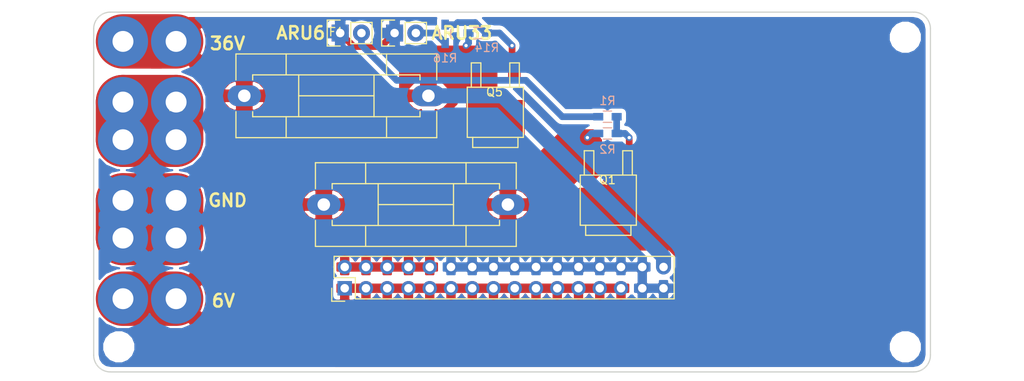
<source format=kicad_pcb>
(kicad_pcb (version 4) (host pcbnew 4.0.5+dfsg1-4)

  (general
    (links 54)
    (no_connects 0)
    (area 88.924999 97.924999 189.075001 141.075001)
    (thickness 1.6)
    (drawings 13)
    (tracks 55)
    (zones 0)
    (modules 20)
    (nets 13)
  )

  (page A4)
  (title_block
    (title "La double Alimentation")
    (company Aigris)
    (comment 1 VOUT1=6V)
    (comment 2 VOUT2=12V)
  )

  (layers
    (0 F.Cu signal)
    (31 B.Cu signal)
    (32 B.Adhes user)
    (33 F.Adhes user)
    (34 B.Paste user)
    (35 F.Paste user)
    (36 B.SilkS user)
    (37 F.SilkS user)
    (38 B.Mask user)
    (39 F.Mask user)
    (40 Dwgs.User user)
    (41 Cmts.User user)
    (42 Eco1.User user)
    (43 Eco2.User user)
    (44 Edge.Cuts user)
    (45 Margin user)
    (46 B.CrtYd user)
    (47 F.CrtYd user)
    (48 B.Fab user)
    (49 F.Fab user)
  )

  (setup
    (last_trace_width 0.8)
    (trace_clearance 0.2)
    (zone_clearance 0.508)
    (zone_45_only no)
    (trace_min 0.2)
    (segment_width 0.2)
    (edge_width 0.15)
    (via_size 0.6)
    (via_drill 0.4)
    (via_min_size 0.4)
    (via_min_drill 0.3)
    (uvia_size 0.3)
    (uvia_drill 0.1)
    (uvias_allowed no)
    (uvia_min_size 0.2)
    (uvia_min_drill 0.1)
    (pcb_text_width 0.3)
    (pcb_text_size 1.5 1.5)
    (mod_edge_width 0.15)
    (mod_text_size 1 1)
    (mod_text_width 0.15)
    (pad_size 1.524 1.524)
    (pad_drill 0.762)
    (pad_to_mask_clearance 0.2)
    (aux_axis_origin 0 0)
    (visible_elements FFFEFFFF)
    (pcbplotparams
      (layerselection 0x010f0_80000001)
      (usegerberextensions false)
      (excludeedgelayer true)
      (linewidth 0.100000)
      (plotframeref false)
      (viasonmask false)
      (mode 1)
      (useauxorigin false)
      (hpglpennumber 1)
      (hpglpenspeed 20)
      (hpglpendiameter 15)
      (hpglpenoverlay 2)
      (psnegative false)
      (psa4output false)
      (plotreference true)
      (plotvalue true)
      (plotinvisibletext false)
      (padsonsilk false)
      (subtractmaskfromsilk false)
      (outputformat 1)
      (mirror false)
      (drillshape 0)
      (scaleselection 1)
      (outputdirectory gerber/))
  )

  (net 0 "")
  (net 1 +BATT)
  (net 2 GND)
  (net 3 VOUT1)
  (net 4 VBATT)
  (net 5 "Net-(F1-Pad1)")
  (net 6 "Net-(Q5-Pad1)")
  (net 7 "Net-(P2-Pad1)")
  (net 8 "Net-(F2-Pad2)")
  (net 9 "Net-(F2-Pad1)")
  (net 10 ARU33)
  (net 11 ARU6)
  (net 12 "Net-(Q1-Pad1)")

  (net_class Default "This is the default net class."
    (clearance 0.2)
    (trace_width 0.8)
    (via_dia 0.6)
    (via_drill 0.4)
    (uvia_dia 0.3)
    (uvia_drill 0.1)
    (add_net +BATT)
    (add_net ARU33)
    (add_net ARU6)
    (add_net GND)
    (add_net "Net-(F1-Pad1)")
    (add_net "Net-(F2-Pad1)")
    (add_net "Net-(F2-Pad2)")
    (add_net "Net-(P2-Pad1)")
    (add_net "Net-(Q1-Pad1)")
    (add_net "Net-(Q5-Pad1)")
    (add_net VBATT)
    (add_net VOUT1)
  )

  (net_class Logic ""
    (clearance 0.2)
    (trace_width 1)
    (via_dia 1)
    (via_drill 0.4)
    (uvia_dia 0.3)
    (uvia_drill 0.1)
  )

  (net_class Power ""
    (clearance 0.2)
    (trace_width 8)
    (via_dia 5)
    (via_drill 3)
    (uvia_dia 0.3)
    (uvia_drill 0.1)
  )

  (net_class VBatt ""
    (clearance 0.2)
    (trace_width 1.8)
    (via_dia 3)
    (via_drill 0.5)
    (uvia_dia 0.3)
    (uvia_drill 0.1)
  )

  (module Mounting_Holes:MountingHole_2.7mm_M2.5_ISO14580 (layer F.Cu) (tedit 5A89F1A8) (tstamp 5A8E832E)
    (at 186 101)
    (descr "Mounting Hole 2.7mm, no annular, M2.5, ISO14580")
    (tags "mounting hole 2.7mm no annular m2.5 iso14580")
    (fp_text reference "" (at 0 -3.25) (layer F.SilkS)
      (effects (font (size 1 1) (thickness 0.15)))
    )
    (fp_text value MountingHole_2.7mm_M2.5_ISO14580 (at 0 3.25) (layer F.Fab)
      (effects (font (size 1 1) (thickness 0.15)))
    )
    (fp_circle (center 0 0) (end 2.25 0) (layer Cmts.User) (width 0.15))
    (fp_circle (center 0 0) (end 2.5 0) (layer F.CrtYd) (width 0.05))
    (pad 1 np_thru_hole circle (at 0 0) (size 2.7 2.7) (drill 2.7) (layers *.Cu *.Mask))
  )

  (module Mounting_Holes:MountingHole_2.7mm_M2.5_ISO14580 (layer F.Cu) (tedit 5A89F1A0) (tstamp 5A8E8304)
    (at 186 138)
    (descr "Mounting Hole 2.7mm, no annular, M2.5, ISO14580")
    (tags "mounting hole 2.7mm no annular m2.5 iso14580")
    (fp_text reference "" (at 0 -3.25) (layer F.SilkS)
      (effects (font (size 1 1) (thickness 0.15)))
    )
    (fp_text value MountingHole_2.7mm_M2.5_ISO14580 (at 0 3.25) (layer F.Fab)
      (effects (font (size 1 1) (thickness 0.15)))
    )
    (fp_circle (center 0 0) (end 2.25 0) (layer Cmts.User) (width 0.15))
    (fp_circle (center 0 0) (end 2.5 0) (layer F.CrtYd) (width 0.05))
    (pad 1 np_thru_hole circle (at 0 0) (size 2.7 2.7) (drill 2.7) (layers *.Cu *.Mask))
  )

  (module Pin_Headers:Pin_Header_Straight_2x16 (layer F.Cu) (tedit 5AC3CA24) (tstamp 5A6A35D6)
    (at 119 131 90)
    (descr "Through hole pin header")
    (tags "pin header")
    (path /5A666324)
    (fp_text reference "" (at -2.75 0 180) (layer F.SilkS)
      (effects (font (size 1 1) (thickness 0.15)))
    )
    (fp_text value ALIM_PW1 (at 0 -3.1 90) (layer F.Fab)
      (effects (font (size 1 1) (thickness 0.15)))
    )
    (fp_line (start -1.75 -1.75) (end -1.75 39.85) (layer F.CrtYd) (width 0.05))
    (fp_line (start 4.3 -1.75) (end 4.3 39.85) (layer F.CrtYd) (width 0.05))
    (fp_line (start -1.75 -1.75) (end 4.3 -1.75) (layer F.CrtYd) (width 0.05))
    (fp_line (start -1.75 39.85) (end 4.3 39.85) (layer F.CrtYd) (width 0.05))
    (fp_line (start 3.81 39.37) (end 3.81 -1.27) (layer F.SilkS) (width 0.15))
    (fp_line (start -1.27 1.27) (end -1.27 39.37) (layer F.SilkS) (width 0.15))
    (fp_line (start 3.81 39.37) (end -1.27 39.37) (layer F.SilkS) (width 0.15))
    (fp_line (start 3.81 -1.27) (end 1.27 -1.27) (layer F.SilkS) (width 0.15))
    (fp_line (start 0 -1.55) (end -1.55 -1.55) (layer F.SilkS) (width 0.15))
    (fp_line (start 1.27 -1.27) (end 1.27 1.27) (layer F.SilkS) (width 0.15))
    (fp_line (start 1.27 1.27) (end -1.27 1.27) (layer F.SilkS) (width 0.15))
    (fp_line (start -1.55 -1.55) (end -1.55 0) (layer F.SilkS) (width 0.15))
    (pad 1 thru_hole rect (at 0 0 90) (size 1.7272 1.7272) (drill 1.016) (layers *.Cu *.Mask)
      (net 3 VOUT1))
    (pad 2 thru_hole oval (at 2.54 0 90) (size 1.7272 1.7272) (drill 1.016) (layers *.Cu *.Mask)
      (net 1 +BATT))
    (pad 3 thru_hole oval (at 0 2.54 90) (size 1.7272 1.7272) (drill 1.016) (layers *.Cu *.Mask)
      (net 3 VOUT1))
    (pad 4 thru_hole oval (at 2.54 2.54 90) (size 1.7272 1.7272) (drill 1.016) (layers *.Cu *.Mask)
      (net 1 +BATT))
    (pad 5 thru_hole oval (at 0 5.08 90) (size 1.7272 1.7272) (drill 1.016) (layers *.Cu *.Mask)
      (net 3 VOUT1))
    (pad 6 thru_hole oval (at 2.54 5.08 90) (size 1.7272 1.7272) (drill 1.016) (layers *.Cu *.Mask)
      (net 1 +BATT))
    (pad 7 thru_hole oval (at 0 7.62 90) (size 1.7272 1.7272) (drill 1.016) (layers *.Cu *.Mask)
      (net 3 VOUT1))
    (pad 8 thru_hole oval (at 2.54 7.62 90) (size 1.7272 1.7272) (drill 1.016) (layers *.Cu *.Mask)
      (net 1 +BATT))
    (pad 9 thru_hole oval (at 0 10.16 90) (size 1.7272 1.7272) (drill 1.016) (layers *.Cu *.Mask)
      (net 3 VOUT1))
    (pad 10 thru_hole oval (at 2.54 10.16 90) (size 1.7272 1.7272) (drill 1.016) (layers *.Cu *.Mask)
      (net 1 +BATT))
    (pad 11 thru_hole oval (at 0 12.7 90) (size 1.7272 1.7272) (drill 1.016) (layers *.Cu *.Mask)
      (net 3 VOUT1))
    (pad 12 thru_hole oval (at 2.54 12.7 90) (size 1.7272 1.7272) (drill 1.016) (layers *.Cu *.Mask)
      (net 2 GND))
    (pad 13 thru_hole oval (at 0 15.24 90) (size 1.7272 1.7272) (drill 1.016) (layers *.Cu *.Mask)
      (net 3 VOUT1))
    (pad 14 thru_hole oval (at 2.54 15.24 90) (size 1.7272 1.7272) (drill 1.016) (layers *.Cu *.Mask)
      (net 2 GND))
    (pad 15 thru_hole oval (at 0 17.78 90) (size 1.7272 1.7272) (drill 1.016) (layers *.Cu *.Mask)
      (net 3 VOUT1))
    (pad 16 thru_hole oval (at 2.54 17.78 90) (size 1.7272 1.7272) (drill 1.016) (layers *.Cu *.Mask)
      (net 2 GND))
    (pad 17 thru_hole oval (at 0 20.32 90) (size 1.7272 1.7272) (drill 1.016) (layers *.Cu *.Mask)
      (net 3 VOUT1))
    (pad 18 thru_hole oval (at 2.54 20.32 90) (size 1.7272 1.7272) (drill 1.016) (layers *.Cu *.Mask)
      (net 2 GND))
    (pad 19 thru_hole oval (at 0 22.86 90) (size 1.7272 1.7272) (drill 1.016) (layers *.Cu *.Mask)
      (net 3 VOUT1))
    (pad 20 thru_hole oval (at 2.54 22.86 90) (size 1.7272 1.7272) (drill 1.016) (layers *.Cu *.Mask)
      (net 2 GND))
    (pad 21 thru_hole oval (at 0 25.4 90) (size 1.7272 1.7272) (drill 1.016) (layers *.Cu *.Mask)
      (net 3 VOUT1))
    (pad 22 thru_hole oval (at 2.54 25.4 90) (size 1.7272 1.7272) (drill 1.016) (layers *.Cu *.Mask)
      (net 2 GND))
    (pad 23 thru_hole oval (at 0 27.94 90) (size 1.7272 1.7272) (drill 1.016) (layers *.Cu *.Mask)
      (net 3 VOUT1))
    (pad 24 thru_hole oval (at 2.54 27.94 90) (size 1.7272 1.7272) (drill 1.016) (layers *.Cu *.Mask)
      (net 2 GND))
    (pad 25 thru_hole oval (at 0 30.48 90) (size 1.7272 1.7272) (drill 1.016) (layers *.Cu *.Mask)
      (net 3 VOUT1))
    (pad 26 thru_hole oval (at 2.54 30.48 90) (size 1.7272 1.7272) (drill 1.016) (layers *.Cu *.Mask)
      (net 2 GND))
    (pad 27 thru_hole oval (at 0 33.02 90) (size 1.7272 1.7272) (drill 1.016) (layers *.Cu *.Mask)
      (net 3 VOUT1))
    (pad 28 thru_hole oval (at 2.54 33.02 90) (size 1.7272 1.7272) (drill 1.016) (layers *.Cu *.Mask)
      (net 2 GND))
    (pad 29 thru_hole oval (at 0 35.56 90) (size 1.7272 1.7272) (drill 1.016) (layers *.Cu *.Mask)
      (net 2 GND))
    (pad 30 thru_hole oval (at 2.54 35.56 90) (size 1.7272 1.7272) (drill 1.016) (layers *.Cu *.Mask)
      (net 2 GND))
    (pad 31 thru_hole oval (at 0 38.1 90) (size 1.7272 1.7272) (drill 1.016) (layers *.Cu *.Mask)
      (net 2 GND))
    (pad 32 thru_hole oval (at 2.54 38.1 90) (size 1.7272 1.7272) (drill 1.016) (layers *.Cu *.Mask)
      (net 4 VBATT))
    (model Pin_Headers.3dshapes/Pin_Header_Straight_2x16.wrl
      (at (xyz 0.05 -0.75 0))
      (scale (xyz 1 1 1))
      (rotate (xyz 0 0 90))
    )
  )

  (module Mounting_Holes:MountingHole_2.7mm_M2.5_ISO14580 (layer F.Cu) (tedit 5A89F193) (tstamp 5A8E82EC)
    (at 92 138)
    (descr "Mounting Hole 2.7mm, no annular, M2.5, ISO14580")
    (tags "mounting hole 2.7mm no annular m2.5 iso14580")
    (fp_text reference "" (at -6.25 2.75) (layer F.SilkS)
      (effects (font (size 1 1) (thickness 0.15)))
    )
    (fp_text value MountingHole_2.7mm_M2.5_ISO14580 (at 0 3.25) (layer F.Fab)
      (effects (font (size 1 1) (thickness 0.15)))
    )
    (fp_circle (center 0 0) (end 2.25 0) (layer Cmts.User) (width 0.15))
    (fp_circle (center 0 0) (end 2.5 0) (layer F.CrtYd) (width 0.05))
    (pad 1 np_thru_hole circle (at 0 0) (size 2.7 2.7) (drill 2.7) (layers *.Cu *.Mask))
  )

  (module kicad-library:WireConnection_2.50mm (layer F.Cu) (tedit 5A8980D5) (tstamp 5A94915D)
    (at 98.85 101.5 180)
    (descr "WireConnection with 2.5mm drill and large pads")
    (path /5A897ED3)
    (fp_text reference P1 (at 0 0 180) (layer F.SilkS)
      (effects (font (size 1 1) (thickness 0.15)))
    )
    (fp_text value BAT1+ (at 5.08 3.81 180) (layer F.Fab)
      (effects (font (size 1 1) (thickness 0.15)))
    )
    (pad 1 thru_hole circle (at 0 0 180) (size 5.99948 5.99948) (drill 2.49936) (layers *.Cu *.Mask)
      (net 5 "Net-(F1-Pad1)"))
    (pad 1 thru_hole circle (at 6.35 0 180) (size 5.99948 5.99948) (drill 2.49936) (layers *.Cu *.Mask)
      (net 5 "Net-(F1-Pad1)"))
  )

  (module kicad-library:WireConnection_2.50mm (layer F.Cu) (tedit 5A8980D5) (tstamp 5A949163)
    (at 98.85 108.75 180)
    (descr "WireConnection with 2.5mm drill and large pads")
    (path /5A898229)
    (fp_text reference P2 (at 0 0 180) (layer F.SilkS)
      (effects (font (size 1 1) (thickness 0.15)))
    )
    (fp_text value BAT1- (at 5.08 3.81 180) (layer F.Fab)
      (effects (font (size 1 1) (thickness 0.15)))
    )
    (pad 1 thru_hole circle (at 0 0 180) (size 5.99948 5.99948) (drill 2.49936) (layers *.Cu *.Mask)
      (net 7 "Net-(P2-Pad1)"))
    (pad 1 thru_hole circle (at 6.35 0 180) (size 5.99948 5.99948) (drill 2.49936) (layers *.Cu *.Mask)
      (net 7 "Net-(P2-Pad1)"))
  )

  (module kicad-library:WireConnection_2.50mm (layer F.Cu) (tedit 5A8980D5) (tstamp 5A949169)
    (at 98.85 113.25 180)
    (descr "WireConnection with 2.5mm drill and large pads")
    (path /5A898447)
    (fp_text reference P5 (at 0 3.937 180) (layer F.SilkS)
      (effects (font (size 1 1) (thickness 0.15)))
    )
    (fp_text value BAT2+ (at 5.08 3.81 180) (layer F.Fab)
      (effects (font (size 1 1) (thickness 0.15)))
    )
    (pad 1 thru_hole circle (at 0 0 180) (size 5.99948 5.99948) (drill 2.49936) (layers *.Cu *.Mask)
      (net 7 "Net-(P2-Pad1)"))
    (pad 1 thru_hole circle (at 6.35 0 180) (size 5.99948 5.99948) (drill 2.49936) (layers *.Cu *.Mask)
      (net 7 "Net-(P2-Pad1)"))
  )

  (module kicad-library:WireConnection_2.50mm (layer F.Cu) (tedit 5A8980D5) (tstamp 5A94916F)
    (at 98.85 120.5 180)
    (descr "WireConnection with 2.5mm drill and large pads")
    (path /5A898538)
    (fp_text reference P6 (at 0 7.25 180) (layer F.SilkS)
      (effects (font (size 1 1) (thickness 0.15)))
    )
    (fp_text value BAT2- (at 5.08 3.81 180) (layer F.Fab)
      (effects (font (size 1 1) (thickness 0.15)))
    )
    (pad 1 thru_hole circle (at 0 0 180) (size 5.99948 5.99948) (drill 2.49936) (layers *.Cu *.Mask)
      (net 2 GND))
    (pad 1 thru_hole circle (at 6.35 0 180) (size 5.99948 5.99948) (drill 2.49936) (layers *.Cu *.Mask)
      (net 2 GND))
  )

  (module Fuse_Holders_and_Fuses:Fuseholder5x20_horiz_SemiClosed_Casing10x25mm (layer F.Cu) (tedit 0) (tstamp 5AC3B50E)
    (at 118 108)
    (descr "Fuseholder, 5x20, Semi closed, horizontal, Casing 10x25mm,")
    (tags "Fuseholder, 5x20, Semi closed, horizontal, Casing 10x25mm, Sicherungshalter, halbgeschlossen,")
    (path /5A673984)
    (fp_text reference F1 (at 0 -7.62) (layer F.SilkS)
      (effects (font (size 1 1) (thickness 0.15)))
    )
    (fp_text value 15A (at 1.27 7.62) (layer F.Fab)
      (effects (font (size 1 1) (thickness 0.15)))
    )
    (fp_line (start -5.99948 -2.49936) (end -5.99948 -5.00126) (layer F.SilkS) (width 0.15))
    (fp_line (start -5.99948 5.00126) (end -5.99948 2.49936) (layer F.SilkS) (width 0.15))
    (fp_line (start 5.99948 5.00126) (end 5.99948 2.49936) (layer F.SilkS) (width 0.15))
    (fp_line (start 5.99948 -5.00126) (end 5.99948 -2.49936) (layer F.SilkS) (width 0.15))
    (fp_line (start -4.50088 0) (end 4.50088 0) (layer F.SilkS) (width 0.15))
    (fp_line (start -4.50088 -2.49936) (end -4.50088 2.49936) (layer F.SilkS) (width 0.15))
    (fp_line (start 4.50088 -2.49936) (end 4.50088 2.49936) (layer F.SilkS) (width 0.15))
    (fp_line (start 9.99998 -1.89992) (end 9.99998 -2.49936) (layer F.SilkS) (width 0.15))
    (fp_line (start -9.99998 1.89992) (end -9.99998 2.49936) (layer F.SilkS) (width 0.15))
    (fp_line (start -9.99998 2.49936) (end 9.99998 2.49936) (layer F.SilkS) (width 0.15))
    (fp_line (start 9.99998 2.49936) (end 9.99998 1.89992) (layer F.SilkS) (width 0.15))
    (fp_line (start 9.99998 -2.49936) (end -9.99998 -2.49936) (layer F.SilkS) (width 0.15))
    (fp_line (start -9.99998 -2.49936) (end -9.99998 -1.89992) (layer F.SilkS) (width 0.15))
    (fp_line (start 11.99896 -1.89992) (end 11.99896 -5.00126) (layer F.SilkS) (width 0.15))
    (fp_line (start -11.99896 1.89992) (end -11.99896 5.00126) (layer F.SilkS) (width 0.15))
    (fp_line (start -11.99896 5.00126) (end 11.99896 5.00126) (layer F.SilkS) (width 0.15))
    (fp_line (start 11.99896 5.00126) (end 11.99896 1.89992) (layer F.SilkS) (width 0.15))
    (fp_line (start 11.99896 -5.00126) (end -11.99896 -5.00126) (layer F.SilkS) (width 0.15))
    (fp_line (start -11.99896 -5.00126) (end -11.99896 -1.89992) (layer F.SilkS) (width 0.15))
    (pad 2 thru_hole oval (at 11.00074 0 270) (size 2.49936 4.0005) (drill 1.50114) (layers *.Cu *.Mask)
      (net 4 VBATT))
    (pad 1 thru_hole oval (at -11.00074 0 270) (size 2.49936 4.0005) (drill 1.50114) (layers *.Cu *.Mask)
      (net 5 "Net-(F1-Pad1)"))
  )

  (module Fuse_Holders_and_Fuses:Fuseholder5x20_horiz_SemiClosed_Casing10x25mm (layer F.Cu) (tedit 5AC3CA40) (tstamp 5AC3B514)
    (at 127.50074 121)
    (descr "Fuseholder, 5x20, Semi closed, horizontal, Casing 10x25mm,")
    (tags "Fuseholder, 5x20, Semi closed, horizontal, Casing 10x25mm, Sicherungshalter, halbgeschlossen,")
    (path /5AC3D159)
    (fp_text reference "" (at 0 -7.62) (layer F.SilkS)
      (effects (font (size 1 1) (thickness 0.15)))
    )
    (fp_text value 15A (at 1.27 7.62) (layer F.Fab)
      (effects (font (size 1 1) (thickness 0.15)))
    )
    (fp_line (start -5.99948 -2.49936) (end -5.99948 -5.00126) (layer F.SilkS) (width 0.15))
    (fp_line (start -5.99948 5.00126) (end -5.99948 2.49936) (layer F.SilkS) (width 0.15))
    (fp_line (start 5.99948 5.00126) (end 5.99948 2.49936) (layer F.SilkS) (width 0.15))
    (fp_line (start 5.99948 -5.00126) (end 5.99948 -2.49936) (layer F.SilkS) (width 0.15))
    (fp_line (start -4.50088 0) (end 4.50088 0) (layer F.SilkS) (width 0.15))
    (fp_line (start -4.50088 -2.49936) (end -4.50088 2.49936) (layer F.SilkS) (width 0.15))
    (fp_line (start 4.50088 -2.49936) (end 4.50088 2.49936) (layer F.SilkS) (width 0.15))
    (fp_line (start 9.99998 -1.89992) (end 9.99998 -2.49936) (layer F.SilkS) (width 0.15))
    (fp_line (start -9.99998 1.89992) (end -9.99998 2.49936) (layer F.SilkS) (width 0.15))
    (fp_line (start -9.99998 2.49936) (end 9.99998 2.49936) (layer F.SilkS) (width 0.15))
    (fp_line (start 9.99998 2.49936) (end 9.99998 1.89992) (layer F.SilkS) (width 0.15))
    (fp_line (start 9.99998 -2.49936) (end -9.99998 -2.49936) (layer F.SilkS) (width 0.15))
    (fp_line (start -9.99998 -2.49936) (end -9.99998 -1.89992) (layer F.SilkS) (width 0.15))
    (fp_line (start 11.99896 -1.89992) (end 11.99896 -5.00126) (layer F.SilkS) (width 0.15))
    (fp_line (start -11.99896 1.89992) (end -11.99896 5.00126) (layer F.SilkS) (width 0.15))
    (fp_line (start -11.99896 5.00126) (end 11.99896 5.00126) (layer F.SilkS) (width 0.15))
    (fp_line (start 11.99896 5.00126) (end 11.99896 1.89992) (layer F.SilkS) (width 0.15))
    (fp_line (start 11.99896 -5.00126) (end -11.99896 -5.00126) (layer F.SilkS) (width 0.15))
    (fp_line (start -11.99896 -5.00126) (end -11.99896 -1.89992) (layer F.SilkS) (width 0.15))
    (pad 2 thru_hole oval (at 11.00074 0 270) (size 2.49936 4.0005) (drill 1.50114) (layers *.Cu *.Mask)
      (net 8 "Net-(F2-Pad2)"))
    (pad 1 thru_hole oval (at -11.00074 0 270) (size 2.49936 4.0005) (drill 1.50114) (layers *.Cu *.Mask)
      (net 9 "Net-(F2-Pad1)"))
  )

  (module Socket_Strips:Socket_Strip_Straight_1x02 (layer F.Cu) (tedit 5AC3CAF4) (tstamp 5AC3B51A)
    (at 124.96 100.5)
    (descr "Through hole socket strip")
    (tags "socket strip")
    (path /5A685C60)
    (fp_text reference P4 (at 0 -5.1) (layer F.SilkS) hide
      (effects (font (size 1 1) (thickness 0.15)))
    )
    (fp_text value ARU (at 0 -3.1) (layer F.Fab)
      (effects (font (size 1 1) (thickness 0.15)))
    )
    (fp_line (start -1.55 1.55) (end 0 1.55) (layer F.SilkS) (width 0.15))
    (fp_line (start 3.81 1.27) (end 1.27 1.27) (layer F.SilkS) (width 0.15))
    (fp_line (start -1.75 -1.75) (end -1.75 1.75) (layer F.CrtYd) (width 0.05))
    (fp_line (start 4.3 -1.75) (end 4.3 1.75) (layer F.CrtYd) (width 0.05))
    (fp_line (start -1.75 -1.75) (end 4.3 -1.75) (layer F.CrtYd) (width 0.05))
    (fp_line (start -1.75 1.75) (end 4.3 1.75) (layer F.CrtYd) (width 0.05))
    (fp_line (start 1.27 1.27) (end 1.27 -1.27) (layer F.SilkS) (width 0.15))
    (fp_line (start 0 -1.55) (end -1.55 -1.55) (layer F.SilkS) (width 0.15))
    (fp_line (start -1.55 -1.55) (end -1.55 1.55) (layer F.SilkS) (width 0.15))
    (fp_line (start 1.27 -1.27) (end 3.81 -1.27) (layer F.SilkS) (width 0.15))
    (fp_line (start 3.81 -1.27) (end 3.81 1.27) (layer F.SilkS) (width 0.15))
    (pad 1 thru_hole rect (at 0 0) (size 2.032 2.032) (drill 1.016) (layers *.Cu *.Mask)
      (net 2 GND))
    (pad 2 thru_hole oval (at 2.54 0) (size 2.032 2.032) (drill 1.016) (layers *.Cu *.Mask)
      (net 10 ARU33))
    (model Socket_Strips.3dshapes/Socket_Strip_Straight_1x02.wrl
      (at (xyz 0.05 0 0))
      (scale (xyz 1 1 1))
      (rotate (xyz 0 0 180))
    )
  )

  (module Socket_Strips:Socket_Strip_Straight_1x02 (layer F.Cu) (tedit 5AC3CAEF) (tstamp 5AC3B520)
    (at 118.46 100.5)
    (descr "Through hole socket strip")
    (tags "socket strip")
    (path /5AC3DCB8)
    (fp_text reference P7 (at 0 -5.1) (layer F.SilkS) hide
      (effects (font (size 1 1) (thickness 0.15)))
    )
    (fp_text value ARU (at 0 -3.1) (layer F.Fab)
      (effects (font (size 1 1) (thickness 0.15)))
    )
    (fp_line (start -1.55 1.55) (end 0 1.55) (layer F.SilkS) (width 0.15))
    (fp_line (start 3.81 1.27) (end 1.27 1.27) (layer F.SilkS) (width 0.15))
    (fp_line (start -1.75 -1.75) (end -1.75 1.75) (layer F.CrtYd) (width 0.05))
    (fp_line (start 4.3 -1.75) (end 4.3 1.75) (layer F.CrtYd) (width 0.05))
    (fp_line (start -1.75 -1.75) (end 4.3 -1.75) (layer F.CrtYd) (width 0.05))
    (fp_line (start -1.75 1.75) (end 4.3 1.75) (layer F.CrtYd) (width 0.05))
    (fp_line (start 1.27 1.27) (end 1.27 -1.27) (layer F.SilkS) (width 0.15))
    (fp_line (start 0 -1.55) (end -1.55 -1.55) (layer F.SilkS) (width 0.15))
    (fp_line (start -1.55 -1.55) (end -1.55 1.55) (layer F.SilkS) (width 0.15))
    (fp_line (start 1.27 -1.27) (end 3.81 -1.27) (layer F.SilkS) (width 0.15))
    (fp_line (start 3.81 -1.27) (end 3.81 1.27) (layer F.SilkS) (width 0.15))
    (pad 1 thru_hole rect (at 0 0) (size 2.032 2.032) (drill 1.016) (layers *.Cu *.Mask)
      (net 2 GND))
    (pad 2 thru_hole oval (at 2.54 0) (size 2.032 2.032) (drill 1.016) (layers *.Cu *.Mask)
      (net 11 ARU6))
    (model Socket_Strips.3dshapes/Socket_Strip_Straight_1x02.wrl
      (at (xyz 0.05 0 0))
      (scale (xyz 1 1 1))
      (rotate (xyz 0 0 180))
    )
  )

  (module kicad-library:WireConnection_2.50mm (layer F.Cu) (tedit 5AC3CAE5) (tstamp 5AC3B526)
    (at 92.5 132.25)
    (descr "WireConnection with 2.5mm drill and large pads")
    (path /5AC3CFD4)
    (fp_text reference "" (at 0 3.937) (layer F.SilkS) hide
      (effects (font (size 1 1) (thickness 0.15)))
    )
    (fp_text value BAT3+ (at 5.08 3.81) (layer F.Fab)
      (effects (font (size 1 1) (thickness 0.15)))
    )
    (pad 1 thru_hole circle (at 0 0) (size 5.99948 5.99948) (drill 2.49936) (layers *.Cu *.Mask)
      (net 9 "Net-(F2-Pad1)"))
    (pad 1 thru_hole circle (at 6.35 0) (size 5.99948 5.99948) (drill 2.49936) (layers *.Cu *.Mask)
      (net 9 "Net-(F2-Pad1)"))
  )

  (module kicad-library:WireConnection_2.50mm (layer F.Cu) (tedit 5A8980D5) (tstamp 5AC3B52C)
    (at 98.85 125 180)
    (descr "WireConnection with 2.5mm drill and large pads")
    (path /5AC3D03F)
    (fp_text reference P9 (at 0 3.937 180) (layer F.SilkS)
      (effects (font (size 1 1) (thickness 0.15)))
    )
    (fp_text value BAT3- (at 5.08 3.81 180) (layer F.Fab)
      (effects (font (size 1 1) (thickness 0.15)))
    )
    (pad 1 thru_hole circle (at 0 0 180) (size 5.99948 5.99948) (drill 2.49936) (layers *.Cu *.Mask)
      (net 2 GND))
    (pad 1 thru_hole circle (at 6.35 0 180) (size 5.99948 5.99948) (drill 2.49936) (layers *.Cu *.Mask)
      (net 2 GND))
  )

  (module TO_SOT_Packages_SMD:SOT-428 (layer F.Cu) (tedit 0) (tstamp 5AC3B533)
    (at 150.5 119.05068 180)
    (descr SOT428)
    (path /5AC3D23D)
    (attr smd)
    (fp_text reference Q1 (at 0.09906 1.00076 180) (layer F.SilkS)
      (effects (font (size 1 1) (thickness 0.15)))
    )
    (fp_text value Q_PMOS_GDS (at -0.09906 0.89916 180) (layer F.Fab)
      (effects (font (size 1 1) (thickness 0.15)))
    )
    (fp_line (start -2.7051 -4.4323) (end -2.7051 -5.6261) (layer F.SilkS) (width 0.15))
    (fp_line (start -2.7051 -5.6261) (end 2.7051 -5.6261) (layer F.SilkS) (width 0.15))
    (fp_line (start 2.7051 -5.6261) (end 2.7051 -4.4196) (layer F.SilkS) (width 0.15))
    (fp_line (start 1.7272 1.5748) (end 1.7272 4.4831) (layer F.SilkS) (width 0.15))
    (fp_line (start 2.8702 4.4831) (end 2.8702 1.5748) (layer F.SilkS) (width 0.15))
    (fp_line (start 1.7272 4.4831) (end 2.8702 4.4831) (layer F.SilkS) (width 0.15))
    (fp_line (start -2.8702 4.4831) (end -1.7272 4.4831) (layer F.SilkS) (width 0.15))
    (fp_line (start -1.7272 4.4831) (end -1.7272 1.5748) (layer F.SilkS) (width 0.15))
    (fp_line (start -2.8702 1.5748) (end -2.8702 4.4831) (layer F.SilkS) (width 0.15))
    (fp_line (start 3.3528 1.5748) (end 3.3528 -4.4196) (layer F.SilkS) (width 0.15))
    (fp_line (start 3.3528 -4.4196) (end -3.3528 -4.4196) (layer F.SilkS) (width 0.15))
    (fp_line (start -3.3528 -4.4196) (end -3.3528 1.5748) (layer F.SilkS) (width 0.15))
    (fp_line (start 3.3528 1.5748) (end -3.3528 1.5748) (layer F.SilkS) (width 0.15))
    (pad 1 smd rect (at -2.27584 3.44932 180) (size 1.50114 2.49936) (layers F.Cu F.Paste F.Mask)
      (net 12 "Net-(Q1-Pad1)"))
    (pad 3 smd rect (at 2.27584 3.44932 180) (size 1.50114 2.49936) (layers F.Cu F.Paste F.Mask)
      (net 8 "Net-(F2-Pad2)"))
    (pad 2 smd rect (at 0 -3.44932 180) (size 7.00024 7.00024) (layers F.Cu F.Paste F.Mask)
      (net 3 VOUT1))
    (model TO_SOT_Packages_SMD.3dshapes/SOT-428.wrl
      (at (xyz 0 0 0))
      (scale (xyz 1 1 1))
      (rotate (xyz 0 0 0))
    )
  )

  (module TO_SOT_Packages_SMD:SOT-428 (layer F.Cu) (tedit 0) (tstamp 5AC3B53A)
    (at 137 108.55068 180)
    (descr SOT428)
    (path /5A6A7EEB)
    (attr smd)
    (fp_text reference Q5 (at 0.09906 1.00076 180) (layer F.SilkS)
      (effects (font (size 1 1) (thickness 0.15)))
    )
    (fp_text value Q_PMOS_GDS (at -0.09906 0.89916 180) (layer F.Fab)
      (effects (font (size 1 1) (thickness 0.15)))
    )
    (fp_line (start -2.7051 -4.4323) (end -2.7051 -5.6261) (layer F.SilkS) (width 0.15))
    (fp_line (start -2.7051 -5.6261) (end 2.7051 -5.6261) (layer F.SilkS) (width 0.15))
    (fp_line (start 2.7051 -5.6261) (end 2.7051 -4.4196) (layer F.SilkS) (width 0.15))
    (fp_line (start 1.7272 1.5748) (end 1.7272 4.4831) (layer F.SilkS) (width 0.15))
    (fp_line (start 2.8702 4.4831) (end 2.8702 1.5748) (layer F.SilkS) (width 0.15))
    (fp_line (start 1.7272 4.4831) (end 2.8702 4.4831) (layer F.SilkS) (width 0.15))
    (fp_line (start -2.8702 4.4831) (end -1.7272 4.4831) (layer F.SilkS) (width 0.15))
    (fp_line (start -1.7272 4.4831) (end -1.7272 1.5748) (layer F.SilkS) (width 0.15))
    (fp_line (start -2.8702 1.5748) (end -2.8702 4.4831) (layer F.SilkS) (width 0.15))
    (fp_line (start 3.3528 1.5748) (end 3.3528 -4.4196) (layer F.SilkS) (width 0.15))
    (fp_line (start 3.3528 -4.4196) (end -3.3528 -4.4196) (layer F.SilkS) (width 0.15))
    (fp_line (start -3.3528 -4.4196) (end -3.3528 1.5748) (layer F.SilkS) (width 0.15))
    (fp_line (start 3.3528 1.5748) (end -3.3528 1.5748) (layer F.SilkS) (width 0.15))
    (pad 1 smd rect (at -2.27584 3.44932 180) (size 1.50114 2.49936) (layers F.Cu F.Paste F.Mask)
      (net 6 "Net-(Q5-Pad1)"))
    (pad 3 smd rect (at 2.27584 3.44932 180) (size 1.50114 2.49936) (layers F.Cu F.Paste F.Mask)
      (net 4 VBATT))
    (pad 2 smd rect (at 0 -3.44932 180) (size 7.00024 7.00024) (layers F.Cu F.Paste F.Mask)
      (net 1 +BATT))
    (model TO_SOT_Packages_SMD.3dshapes/SOT-428.wrl
      (at (xyz 0 0 0))
      (scale (xyz 1 1 1))
      (rotate (xyz 0 0 0))
    )
  )

  (module Resistors_SMD:R_0603_HandSoldering (layer B.Cu) (tedit 58307AEF) (tstamp 5AC3B540)
    (at 150.4 110.5 180)
    (descr "Resistor SMD 0603, hand soldering")
    (tags "resistor 0603")
    (path /5AC3D70E)
    (attr smd)
    (fp_text reference R1 (at 0 1.9 180) (layer B.SilkS)
      (effects (font (size 1 1) (thickness 0.15)) (justify mirror))
    )
    (fp_text value 1k (at 0 -1.9 180) (layer B.Fab)
      (effects (font (size 1 1) (thickness 0.15)) (justify mirror))
    )
    (fp_line (start -0.8 -0.4) (end -0.8 0.4) (layer B.Fab) (width 0.1))
    (fp_line (start 0.8 -0.4) (end -0.8 -0.4) (layer B.Fab) (width 0.1))
    (fp_line (start 0.8 0.4) (end 0.8 -0.4) (layer B.Fab) (width 0.1))
    (fp_line (start -0.8 0.4) (end 0.8 0.4) (layer B.Fab) (width 0.1))
    (fp_line (start -2 0.8) (end 2 0.8) (layer B.CrtYd) (width 0.05))
    (fp_line (start -2 -0.8) (end 2 -0.8) (layer B.CrtYd) (width 0.05))
    (fp_line (start -2 0.8) (end -2 -0.8) (layer B.CrtYd) (width 0.05))
    (fp_line (start 2 0.8) (end 2 -0.8) (layer B.CrtYd) (width 0.05))
    (fp_line (start 0.5 -0.675) (end -0.5 -0.675) (layer B.SilkS) (width 0.15))
    (fp_line (start -0.5 0.675) (end 0.5 0.675) (layer B.SilkS) (width 0.15))
    (pad 1 smd rect (at -1.1 0 180) (size 1.2 0.9) (layers B.Cu B.Paste B.Mask)
      (net 12 "Net-(Q1-Pad1)"))
    (pad 2 smd rect (at 1.1 0 180) (size 1.2 0.9) (layers B.Cu B.Paste B.Mask)
      (net 11 ARU6))
    (model Resistors_SMD.3dshapes/R_0603_HandSoldering.wrl
      (at (xyz 0 0 0))
      (scale (xyz 1 1 1))
      (rotate (xyz 0 0 0))
    )
  )

  (module Resistors_SMD:R_0603_HandSoldering (layer B.Cu) (tedit 58307AEF) (tstamp 5AC3B546)
    (at 150.4 112.5)
    (descr "Resistor SMD 0603, hand soldering")
    (tags "resistor 0603")
    (path /5AC3D825)
    (attr smd)
    (fp_text reference R2 (at 0 1.9) (layer B.SilkS)
      (effects (font (size 1 1) (thickness 0.15)) (justify mirror))
    )
    (fp_text value 20k (at 0 -1.9) (layer B.Fab)
      (effects (font (size 1 1) (thickness 0.15)) (justify mirror))
    )
    (fp_line (start -0.8 -0.4) (end -0.8 0.4) (layer B.Fab) (width 0.1))
    (fp_line (start 0.8 -0.4) (end -0.8 -0.4) (layer B.Fab) (width 0.1))
    (fp_line (start 0.8 0.4) (end 0.8 -0.4) (layer B.Fab) (width 0.1))
    (fp_line (start -0.8 0.4) (end 0.8 0.4) (layer B.Fab) (width 0.1))
    (fp_line (start -2 0.8) (end 2 0.8) (layer B.CrtYd) (width 0.05))
    (fp_line (start -2 -0.8) (end 2 -0.8) (layer B.CrtYd) (width 0.05))
    (fp_line (start -2 0.8) (end -2 -0.8) (layer B.CrtYd) (width 0.05))
    (fp_line (start 2 0.8) (end 2 -0.8) (layer B.CrtYd) (width 0.05))
    (fp_line (start 0.5 -0.675) (end -0.5 -0.675) (layer B.SilkS) (width 0.15))
    (fp_line (start -0.5 0.675) (end 0.5 0.675) (layer B.SilkS) (width 0.15))
    (pad 1 smd rect (at -1.1 0) (size 1.2 0.9) (layers B.Cu B.Paste B.Mask)
      (net 8 "Net-(F2-Pad2)"))
    (pad 2 smd rect (at 1.1 0) (size 1.2 0.9) (layers B.Cu B.Paste B.Mask)
      (net 12 "Net-(Q1-Pad1)"))
    (model Resistors_SMD.3dshapes/R_0603_HandSoldering.wrl
      (at (xyz 0 0 0))
      (scale (xyz 1 1 1))
      (rotate (xyz 0 0 0))
    )
  )

  (module Resistors_SMD:R_0603_HandSoldering (layer B.Cu) (tedit 58307AEF) (tstamp 5AC3B54C)
    (at 134.9 100.5)
    (descr "Resistor SMD 0603, hand soldering")
    (tags "resistor 0603")
    (path /5A6A2747)
    (attr smd)
    (fp_text reference R14 (at 1.1 1.75) (layer B.SilkS)
      (effects (font (size 1 1) (thickness 0.15)) (justify mirror))
    )
    (fp_text value 10k (at 0 -1.9) (layer B.Fab)
      (effects (font (size 1 1) (thickness 0.15)) (justify mirror))
    )
    (fp_line (start -0.8 -0.4) (end -0.8 0.4) (layer B.Fab) (width 0.1))
    (fp_line (start 0.8 -0.4) (end -0.8 -0.4) (layer B.Fab) (width 0.1))
    (fp_line (start 0.8 0.4) (end 0.8 -0.4) (layer B.Fab) (width 0.1))
    (fp_line (start -0.8 0.4) (end 0.8 0.4) (layer B.Fab) (width 0.1))
    (fp_line (start -2 0.8) (end 2 0.8) (layer B.CrtYd) (width 0.05))
    (fp_line (start -2 -0.8) (end 2 -0.8) (layer B.CrtYd) (width 0.05))
    (fp_line (start -2 0.8) (end -2 -0.8) (layer B.CrtYd) (width 0.05))
    (fp_line (start 2 0.8) (end 2 -0.8) (layer B.CrtYd) (width 0.05))
    (fp_line (start 0.5 -0.675) (end -0.5 -0.675) (layer B.SilkS) (width 0.15))
    (fp_line (start -0.5 0.675) (end 0.5 0.675) (layer B.SilkS) (width 0.15))
    (pad 1 smd rect (at -1.1 0) (size 1.2 0.9) (layers B.Cu B.Paste B.Mask)
      (net 4 VBATT))
    (pad 2 smd rect (at 1.1 0) (size 1.2 0.9) (layers B.Cu B.Paste B.Mask)
      (net 6 "Net-(Q5-Pad1)"))
    (model Resistors_SMD.3dshapes/R_0603_HandSoldering.wrl
      (at (xyz 0 0 0))
      (scale (xyz 1 1 1))
      (rotate (xyz 0 0 0))
    )
  )

  (module Resistors_SMD:R_0603_HandSoldering (layer B.Cu) (tedit 58307AEF) (tstamp 5AC3B552)
    (at 131 100.6 270)
    (descr "Resistor SMD 0603, hand soldering")
    (tags "resistor 0603")
    (path /5A7F3154)
    (attr smd)
    (fp_text reference R16 (at 2.9 0 360) (layer B.SilkS)
      (effects (font (size 1 1) (thickness 0.15)) (justify mirror))
    )
    (fp_text value 7.15k (at 0 -1.9 270) (layer B.Fab)
      (effects (font (size 1 1) (thickness 0.15)) (justify mirror))
    )
    (fp_line (start -0.8 -0.4) (end -0.8 0.4) (layer B.Fab) (width 0.1))
    (fp_line (start 0.8 -0.4) (end -0.8 -0.4) (layer B.Fab) (width 0.1))
    (fp_line (start 0.8 0.4) (end 0.8 -0.4) (layer B.Fab) (width 0.1))
    (fp_line (start -0.8 0.4) (end 0.8 0.4) (layer B.Fab) (width 0.1))
    (fp_line (start -2 0.8) (end 2 0.8) (layer B.CrtYd) (width 0.05))
    (fp_line (start -2 -0.8) (end 2 -0.8) (layer B.CrtYd) (width 0.05))
    (fp_line (start -2 0.8) (end -2 -0.8) (layer B.CrtYd) (width 0.05))
    (fp_line (start 2 0.8) (end 2 -0.8) (layer B.CrtYd) (width 0.05))
    (fp_line (start 0.5 -0.675) (end -0.5 -0.675) (layer B.SilkS) (width 0.15))
    (fp_line (start -0.5 0.675) (end 0.5 0.675) (layer B.SilkS) (width 0.15))
    (pad 1 smd rect (at -1.1 0 270) (size 1.2 0.9) (layers B.Cu B.Paste B.Mask)
      (net 6 "Net-(Q5-Pad1)"))
    (pad 2 smd rect (at 1.1 0 270) (size 1.2 0.9) (layers B.Cu B.Paste B.Mask)
      (net 10 ARU33))
    (model Resistors_SMD.3dshapes/R_0603_HandSoldering.wrl
      (at (xyz 0 0 0))
      (scale (xyz 1 1 1))
      (rotate (xyz 0 0 0))
    )
  )

  (gr_text ARU33 (at 133 100.5) (layer F.SilkS)
    (effects (font (size 1.5 1.5) (thickness 0.3)))
  )
  (gr_text ARU6 (at 113.75 100.5) (layer F.SilkS)
    (effects (font (size 1.5 1.5) (thickness 0.3)))
  )
  (gr_text 6V (at 104.5 132.5) (layer F.SilkS)
    (effects (font (size 1.5 1.5) (thickness 0.3)))
  )
  (gr_text GND (at 105 120.5) (layer F.SilkS)
    (effects (font (size 1.5 1.5) (thickness 0.3)))
  )
  (gr_text 36V (at 105 101.75) (layer F.SilkS)
    (effects (font (size 1.5 1.5) (thickness 0.3)))
  )
  (gr_arc (start 91 100) (end 89 100) (angle 90) (layer Edge.Cuts) (width 0.15))
  (gr_arc (start 187 100) (end 187 98) (angle 90) (layer Edge.Cuts) (width 0.15))
  (gr_arc (start 187 139) (end 189 139) (angle 90) (layer Edge.Cuts) (width 0.15))
  (gr_arc (start 91 139) (end 91 141) (angle 90) (layer Edge.Cuts) (width 0.15))
  (gr_line (start 89 100) (end 89 139) (angle 90) (layer Edge.Cuts) (width 0.15))
  (gr_line (start 187 98) (end 91 98) (angle 90) (layer Edge.Cuts) (width 0.15))
  (gr_line (start 189 139) (end 189 100) (angle 90) (layer Edge.Cuts) (width 0.15))
  (gr_line (start 91 141) (end 187 141) (angle 90) (layer Edge.Cuts) (width 0.15))

  (segment (start 124.84012 128.46) (end 124.08 128.46) (width 0.8) (layer F.Cu) (net 1))
  (segment (start 118.46 100.89) (end 118.46 100.5) (width 0.8) (layer B.Cu) (net 2))
  (segment (start 124.96 100.5) (end 123.343999 102.116001) (width 0.8) (layer F.Cu) (net 2))
  (segment (start 123.343999 102.116001) (end 120.076001 102.116001) (width 0.8) (layer F.Cu) (net 2))
  (segment (start 120.076001 102.116001) (end 118.46 100.5) (width 0.8) (layer F.Cu) (net 2))
  (segment (start 92.5 120.5) (end 92.5 125) (width 6.5) (layer F.Cu) (net 2))
  (segment (start 98.85 120.5) (end 92.5 120.5) (width 6.5) (layer F.Cu) (net 2))
  (segment (start 98.85 125) (end 98.85 120.5) (width 6.5) (layer F.Cu) (net 2))
  (segment (start 92.5 125) (end 98.85 125) (width 6.5) (layer F.Cu) (net 2))
  (segment (start 133.5 102) (end 133.5 103.8772) (width 0.8) (layer F.Cu) (net 4))
  (segment (start 133.5 103.8772) (end 134.72416 105.10136) (width 0.8) (layer F.Cu) (net 4))
  (segment (start 133.8 100.5) (end 133.8 101.7) (width 0.8) (layer B.Cu) (net 4))
  (segment (start 133.8 101.7) (end 133.5 102) (width 0.8) (layer B.Cu) (net 4))
  (via (at 133.5 102) (size 0.6) (drill 0.4) (layers F.Cu B.Cu) (net 4))
  (segment (start 129.00074 108) (end 137.861314 108) (width 1.8) (layer B.Cu) (net 4))
  (segment (start 157.1 127.238686) (end 157.1 128.46) (width 1.8) (layer B.Cu) (net 4))
  (segment (start 137.861314 108) (end 157.1 127.238686) (width 1.8) (layer B.Cu) (net 4))
  (segment (start 105.35 108) (end 106.99926 108) (width 0.8) (layer F.Cu) (net 5))
  (segment (start 92.5 101.5) (end 98.85 101.5) (width 6.5) (layer F.Cu) (net 5))
  (segment (start 131 99.5) (end 132.25 99.5) (width 0.8) (layer B.Cu) (net 6))
  (segment (start 132.25 99.5) (end 132.5 99.25) (width 0.8) (layer B.Cu) (net 6))
  (segment (start 132.5 99.25) (end 134.6 99.25) (width 0.8) (layer B.Cu) (net 6))
  (segment (start 134.6 99.25) (end 135.85 100.5) (width 0.8) (layer B.Cu) (net 6))
  (segment (start 135.85 100.5) (end 136 100.5) (width 0.8) (layer B.Cu) (net 6))
  (segment (start 139 102) (end 139 104.82552) (width 0.8) (layer F.Cu) (net 6))
  (segment (start 139 104.82552) (end 139.27584 105.10136) (width 0.8) (layer F.Cu) (net 6))
  (segment (start 136 100.5) (end 137.5 100.5) (width 0.8) (layer B.Cu) (net 6))
  (segment (start 137.5 100.5) (end 139 102) (width 0.8) (layer B.Cu) (net 6))
  (via (at 139 102) (size 0.6) (drill 0.4) (layers F.Cu B.Cu) (net 6))
  (segment (start 92.5 108.75) (end 92.5 113.25) (width 6.5) (layer F.Cu) (net 7))
  (segment (start 98.85 108.75) (end 92.5 108.75) (width 6.5) (layer F.Cu) (net 7))
  (segment (start 98.85 113.25) (end 98.85 108.75) (width 6.5) (layer F.Cu) (net 7))
  (segment (start 92.5 113.25) (end 98.85 113.25) (width 6.5) (layer F.Cu) (net 7))
  (segment (start 138.50148 121) (end 143.32463 121) (width 0.8) (layer F.Cu) (net 8))
  (segment (start 148.22416 116.10047) (end 148.22416 115.60136) (width 0.8) (layer F.Cu) (net 8))
  (segment (start 143.32463 121) (end 148.22416 116.10047) (width 0.8) (layer F.Cu) (net 8))
  (segment (start 148 113) (end 148 115.3772) (width 0.8) (layer F.Cu) (net 8))
  (segment (start 148 115.3772) (end 148.22416 115.60136) (width 0.8) (layer F.Cu) (net 8))
  (segment (start 149.3 112.5) (end 148.5 112.5) (width 0.8) (layer B.Cu) (net 8))
  (segment (start 148.5 112.5) (end 148 113) (width 0.8) (layer B.Cu) (net 8))
  (via (at 148 113) (size 0.6) (drill 0.4) (layers F.Cu B.Cu) (net 8))
  (segment (start 92.5 132.25) (end 98.85 132.25) (width 6.5) (layer F.Cu) (net 9))
  (segment (start 127.5 100.5) (end 129.8 100.5) (width 0.8) (layer B.Cu) (net 10))
  (segment (start 129.8 100.5) (end 131 101.7) (width 0.8) (layer B.Cu) (net 10))
  (segment (start 140.65031 106.15031) (end 145 110.5) (width 0.8) (layer B.Cu) (net 11))
  (segment (start 145 110.5) (end 149.3 110.5) (width 0.8) (layer B.Cu) (net 11))
  (segment (start 121 100.5) (end 121 101.93684) (width 0.8) (layer B.Cu) (net 11))
  (segment (start 121 101.93684) (end 125.21347 106.15031) (width 0.8) (layer B.Cu) (net 11))
  (segment (start 125.21347 106.15031) (end 140.65031 106.15031) (width 0.8) (layer B.Cu) (net 11))
  (segment (start 153 113) (end 153 115.3772) (width 0.8) (layer F.Cu) (net 12))
  (segment (start 153 115.3772) (end 152.77584 115.60136) (width 0.8) (layer F.Cu) (net 12))
  (segment (start 151.5 112.5) (end 152.5 112.5) (width 0.8) (layer B.Cu) (net 12))
  (segment (start 152.5 112.5) (end 153 113) (width 0.8) (layer B.Cu) (net 12))
  (via (at 153 113) (size 0.6) (drill 0.4) (layers F.Cu B.Cu) (net 12))
  (segment (start 151.5 112.5) (end 151.5 110.5) (width 0.8) (layer B.Cu) (net 12))

  (zone (net 2) (net_name GND) (layer B.Cu) (tstamp 0) (hatch edge 0.508)
    (connect_pads (clearance 0.508))
    (min_thickness 0.254)
    (fill yes (arc_segments 16) (thermal_gap 0.508) (thermal_bridge_width 2))
    (polygon
      (pts
        (xy 89 141) (xy 189 141) (xy 189 98) (xy 89 98)
      )
    )
    (filled_polygon
      (pts
        (xy 129.90256 98.9) (xy 129.90256 99.4854) (xy 129.8 99.464999) (xy 129.799995 99.465) (xy 128.788267 99.465)
        (xy 128.699778 99.332567) (xy 128.164155 98.974675) (xy 127.532345 98.849) (xy 127.467655 98.849) (xy 126.835845 98.974675)
        (xy 126.535481 99.175372) (xy 126.514327 99.124301) (xy 126.335698 98.945673) (xy 126.102309 98.849) (xy 125.62675 98.849)
        (xy 125.468 99.00775) (xy 125.468 99.992) (xy 125.853 99.992) (xy 125.853 100.317282) (xy 125.816655 100.5)
        (xy 125.853 100.682718) (xy 125.853 101.008) (xy 125.468 101.008) (xy 125.468 101.99225) (xy 125.62675 102.151)
        (xy 126.102309 102.151) (xy 126.335698 102.054327) (xy 126.514327 101.875699) (xy 126.535481 101.824628) (xy 126.835845 102.025325)
        (xy 127.467655 102.151) (xy 127.532345 102.151) (xy 128.164155 102.025325) (xy 128.699778 101.667433) (xy 128.788267 101.535)
        (xy 129.371288 101.535) (xy 129.90256 102.066271) (xy 129.90256 102.3) (xy 129.946838 102.535317) (xy 130.08591 102.751441)
        (xy 130.29811 102.896431) (xy 130.55 102.94744) (xy 131.45 102.94744) (xy 131.685317 102.903162) (xy 131.901441 102.76409)
        (xy 132.046431 102.55189) (xy 132.09744 102.3) (xy 132.09744 101.1) (xy 132.053162 100.864683) (xy 131.91409 100.648559)
        (xy 131.844289 100.600866) (xy 131.901441 100.56409) (xy 131.921317 100.535) (xy 132.249995 100.535) (xy 132.25 100.535001)
        (xy 132.55256 100.474817) (xy 132.55256 100.95) (xy 132.596838 101.185317) (xy 132.708029 101.358113) (xy 132.543785 101.603923)
        (xy 132.464999 102) (xy 132.543785 102.396077) (xy 132.768144 102.731856) (xy 133.103923 102.956215) (xy 133.5 103.035001)
        (xy 133.896077 102.956215) (xy 134.231856 102.731856) (xy 134.531853 102.431858) (xy 134.531856 102.431856) (xy 134.756215 102.096077)
        (xy 134.776868 101.99225) (xy 134.835001 101.7) (xy 134.835 101.699995) (xy 134.835 101.424669) (xy 134.851441 101.41409)
        (xy 134.899134 101.344289) (xy 134.93591 101.401441) (xy 135.14811 101.546431) (xy 135.4 101.59744) (xy 136.6 101.59744)
        (xy 136.835317 101.553162) (xy 136.863542 101.535) (xy 137.071288 101.535) (xy 138.268144 102.731855) (xy 138.603922 102.956215)
        (xy 139 103.035) (xy 139.396077 102.956215) (xy 139.731855 102.731855) (xy 139.956215 102.396077) (xy 140.035 102)
        (xy 139.956215 101.603922) (xy 139.815355 101.393109) (xy 184.014657 101.393109) (xy 184.316218 102.122943) (xy 184.87412 102.681819)
        (xy 185.603427 102.984654) (xy 186.393109 102.985343) (xy 187.122943 102.683782) (xy 187.681819 102.12588) (xy 187.984654 101.396573)
        (xy 187.985343 100.606891) (xy 187.683782 99.877057) (xy 187.12588 99.318181) (xy 186.396573 99.015346) (xy 185.606891 99.014657)
        (xy 184.877057 99.316218) (xy 184.318181 99.87412) (xy 184.015346 100.603427) (xy 184.014657 101.393109) (xy 139.815355 101.393109)
        (xy 139.731855 101.268144) (xy 138.231856 99.768144) (xy 137.896077 99.543785) (xy 137.5 99.464999) (xy 137.499995 99.465)
        (xy 136.86862 99.465) (xy 136.85189 99.453569) (xy 136.6 99.40256) (xy 136.216271 99.40256) (xy 135.523712 98.71)
        (xy 186.930069 98.71) (xy 187.488338 98.821046) (xy 187.902333 99.097669) (xy 188.178953 99.51166) (xy 188.29 100.069931)
        (xy 188.29 138.930069) (xy 188.178953 139.48834) (xy 187.902333 139.902331) (xy 187.488338 140.178954) (xy 186.930069 140.29)
        (xy 91.069931 140.29) (xy 90.51166 140.178953) (xy 90.097669 139.902333) (xy 89.821046 139.488338) (xy 89.71 138.930069)
        (xy 89.71 138.393109) (xy 90.014657 138.393109) (xy 90.316218 139.122943) (xy 90.87412 139.681819) (xy 91.603427 139.984654)
        (xy 92.393109 139.985343) (xy 93.122943 139.683782) (xy 93.681819 139.12588) (xy 93.984654 138.396573) (xy 93.984657 138.393109)
        (xy 184.014657 138.393109) (xy 184.316218 139.122943) (xy 184.87412 139.681819) (xy 185.603427 139.984654) (xy 186.393109 139.985343)
        (xy 187.122943 139.683782) (xy 187.681819 139.12588) (xy 187.984654 138.396573) (xy 187.985343 137.606891) (xy 187.683782 136.877057)
        (xy 187.12588 136.318181) (xy 186.396573 136.015346) (xy 185.606891 136.014657) (xy 184.877057 136.316218) (xy 184.318181 136.87412)
        (xy 184.015346 137.603427) (xy 184.014657 138.393109) (xy 93.984657 138.393109) (xy 93.985343 137.606891) (xy 93.683782 136.877057)
        (xy 93.12588 136.318181) (xy 92.396573 136.015346) (xy 91.606891 136.014657) (xy 90.877057 136.316218) (xy 90.318181 136.87412)
        (xy 90.015346 137.603427) (xy 90.014657 138.393109) (xy 89.71 138.393109) (xy 89.71 134.599917) (xy 90.438397 135.329586)
        (xy 91.773834 135.884108) (xy 93.219823 135.88537) (xy 94.556225 135.33318) (xy 95.579586 134.311603) (xy 95.674548 134.082909)
        (xy 95.76682 134.306225) (xy 96.788397 135.329586) (xy 98.123834 135.884108) (xy 99.569823 135.88537) (xy 100.906225 135.33318)
        (xy 101.929586 134.311603) (xy 102.484108 132.976166) (xy 102.48537 131.530177) (xy 101.93318 130.193775) (xy 101.875906 130.1364)
        (xy 117.48896 130.1364) (xy 117.48896 131.8636) (xy 117.533238 132.098917) (xy 117.67231 132.315041) (xy 117.88451 132.460031)
        (xy 118.1364 132.51104) (xy 119.8636 132.51104) (xy 120.098917 132.466762) (xy 120.315041 132.32769) (xy 120.460031 132.11549)
        (xy 120.468864 132.071869) (xy 120.48033 132.089029) (xy 120.966511 132.413885) (xy 121.54 132.527959) (xy 122.113489 132.413885)
        (xy 122.59967 132.089029) (xy 122.81 131.774248) (xy 123.02033 132.089029) (xy 123.506511 132.413885) (xy 124.08 132.527959)
        (xy 124.653489 132.413885) (xy 125.13967 132.089029) (xy 125.35 131.774248) (xy 125.56033 132.089029) (xy 126.046511 132.413885)
        (xy 126.62 132.527959) (xy 127.193489 132.413885) (xy 127.67967 132.089029) (xy 127.89 131.774248) (xy 128.10033 132.089029)
        (xy 128.586511 132.413885) (xy 129.16 132.527959) (xy 129.733489 132.413885) (xy 130.21967 132.089029) (xy 130.43 131.774248)
        (xy 130.64033 132.089029) (xy 131.126511 132.413885) (xy 131.7 132.527959) (xy 132.273489 132.413885) (xy 132.75967 132.089029)
        (xy 132.97 131.774248) (xy 133.18033 132.089029) (xy 133.666511 132.413885) (xy 134.24 132.527959) (xy 134.813489 132.413885)
        (xy 135.29967 132.089029) (xy 135.51 131.774248) (xy 135.72033 132.089029) (xy 136.206511 132.413885) (xy 136.78 132.527959)
        (xy 137.353489 132.413885) (xy 137.83967 132.089029) (xy 138.05 131.774248) (xy 138.26033 132.089029) (xy 138.746511 132.413885)
        (xy 139.32 132.527959) (xy 139.893489 132.413885) (xy 140.37967 132.089029) (xy 140.59 131.774248) (xy 140.80033 132.089029)
        (xy 141.286511 132.413885) (xy 141.86 132.527959) (xy 142.433489 132.413885) (xy 142.91967 132.089029) (xy 143.13 131.774248)
        (xy 143.34033 132.089029) (xy 143.826511 132.413885) (xy 144.4 132.527959) (xy 144.973489 132.413885) (xy 145.45967 132.089029)
        (xy 145.67 131.774248) (xy 145.88033 132.089029) (xy 146.366511 132.413885) (xy 146.94 132.527959) (xy 147.513489 132.413885)
        (xy 147.99967 132.089029) (xy 148.21 131.774248) (xy 148.42033 132.089029) (xy 148.906511 132.413885) (xy 149.48 132.527959)
        (xy 150.053489 132.413885) (xy 150.53967 132.089029) (xy 150.75 131.774248) (xy 150.96033 132.089029) (xy 151.446511 132.413885)
        (xy 152.02 132.527959) (xy 152.593489 132.413885) (xy 153.07967 132.089029) (xy 153.224015 131.873002) (xy 153.37742 131.873002)
        (xy 153.56201 132.117996) (xy 153.909026 132.349828) (xy 154.1282 132.268364) (xy 154.1282 131.4318) (xy 154.9918 131.4318)
        (xy 154.9918 132.268364) (xy 155.210974 132.349828) (xy 155.55799 132.117996) (xy 155.83 131.756974) (xy 156.10201 132.117996)
        (xy 156.449026 132.349828) (xy 156.6682 132.268364) (xy 156.6682 131.4318) (xy 157.5318 131.4318) (xy 157.5318 132.268364)
        (xy 157.750974 132.349828) (xy 158.09799 132.117996) (xy 158.449861 131.650979) (xy 158.376328 131.4318) (xy 157.5318 131.4318)
        (xy 156.6682 131.4318) (xy 154.9918 131.4318) (xy 154.1282 131.4318) (xy 153.6964 131.4318) (xy 153.6964 130.5682)
        (xy 154.1282 130.5682) (xy 154.1282 129.731636) (xy 154.123798 129.73) (xy 154.1282 129.728364) (xy 154.1282 128.8918)
        (xy 152.4518 128.8918) (xy 152.4518 129.3236) (xy 151.5882 129.3236) (xy 151.5882 128.8918) (xy 149.9118 128.8918)
        (xy 149.9118 129.3236) (xy 149.0482 129.3236) (xy 149.0482 128.8918) (xy 147.3718 128.8918) (xy 147.3718 129.3236)
        (xy 146.5082 129.3236) (xy 146.5082 128.8918) (xy 144.8318 128.8918) (xy 144.8318 129.3236) (xy 143.9682 129.3236)
        (xy 143.9682 128.8918) (xy 142.2918 128.8918) (xy 142.2918 129.3236) (xy 141.4282 129.3236) (xy 141.4282 128.8918)
        (xy 139.7518 128.8918) (xy 139.7518 129.3236) (xy 138.8882 129.3236) (xy 138.8882 128.8918) (xy 137.2118 128.8918)
        (xy 137.2118 129.3236) (xy 136.3482 129.3236) (xy 136.3482 128.8918) (xy 134.6718 128.8918) (xy 134.6718 129.3236)
        (xy 133.8082 129.3236) (xy 133.8082 128.8918) (xy 132.1318 128.8918) (xy 132.1318 129.3236) (xy 131.2682 129.3236)
        (xy 131.2682 128.8918) (xy 130.8364 128.8918) (xy 130.8364 128.0282) (xy 131.2682 128.0282) (xy 131.2682 127.191636)
        (xy 132.1318 127.191636) (xy 132.1318 128.0282) (xy 133.8082 128.0282) (xy 133.8082 127.191636) (xy 134.6718 127.191636)
        (xy 134.6718 128.0282) (xy 136.3482 128.0282) (xy 136.3482 127.191636) (xy 137.2118 127.191636) (xy 137.2118 128.0282)
        (xy 138.8882 128.0282) (xy 138.8882 127.191636) (xy 139.7518 127.191636) (xy 139.7518 128.0282) (xy 141.4282 128.0282)
        (xy 141.4282 127.191636) (xy 142.2918 127.191636) (xy 142.2918 128.0282) (xy 143.9682 128.0282) (xy 143.9682 127.191636)
        (xy 144.8318 127.191636) (xy 144.8318 128.0282) (xy 146.5082 128.0282) (xy 146.5082 127.191636) (xy 147.3718 127.191636)
        (xy 147.3718 128.0282) (xy 149.0482 128.0282) (xy 149.0482 127.191636) (xy 149.9118 127.191636) (xy 149.9118 128.0282)
        (xy 151.5882 128.0282) (xy 151.5882 127.191636) (xy 152.4518 127.191636) (xy 152.4518 128.0282) (xy 154.1282 128.0282)
        (xy 154.1282 127.191636) (xy 153.909026 127.110172) (xy 153.56201 127.342004) (xy 153.29 127.703026) (xy 153.01799 127.342004)
        (xy 152.670974 127.110172) (xy 152.4518 127.191636) (xy 151.5882 127.191636) (xy 151.369026 127.110172) (xy 151.02201 127.342004)
        (xy 150.75 127.703026) (xy 150.47799 127.342004) (xy 150.130974 127.110172) (xy 149.9118 127.191636) (xy 149.0482 127.191636)
        (xy 148.829026 127.110172) (xy 148.48201 127.342004) (xy 148.21 127.703026) (xy 147.93799 127.342004) (xy 147.590974 127.110172)
        (xy 147.3718 127.191636) (xy 146.5082 127.191636) (xy 146.289026 127.110172) (xy 145.94201 127.342004) (xy 145.67 127.703026)
        (xy 145.39799 127.342004) (xy 145.050974 127.110172) (xy 144.8318 127.191636) (xy 143.9682 127.191636) (xy 143.749026 127.110172)
        (xy 143.40201 127.342004) (xy 143.13 127.703026) (xy 142.85799 127.342004) (xy 142.510974 127.110172) (xy 142.2918 127.191636)
        (xy 141.4282 127.191636) (xy 141.209026 127.110172) (xy 140.86201 127.342004) (xy 140.59 127.703026) (xy 140.31799 127.342004)
        (xy 139.970974 127.110172) (xy 139.7518 127.191636) (xy 138.8882 127.191636) (xy 138.669026 127.110172) (xy 138.32201 127.342004)
        (xy 138.05 127.703026) (xy 137.77799 127.342004) (xy 137.430974 127.110172) (xy 137.2118 127.191636) (xy 136.3482 127.191636)
        (xy 136.129026 127.110172) (xy 135.78201 127.342004) (xy 135.51 127.703026) (xy 135.23799 127.342004) (xy 134.890974 127.110172)
        (xy 134.6718 127.191636) (xy 133.8082 127.191636) (xy 133.589026 127.110172) (xy 133.24201 127.342004) (xy 132.97 127.703026)
        (xy 132.69799 127.342004) (xy 132.350974 127.110172) (xy 132.1318 127.191636) (xy 131.2682 127.191636) (xy 131.049026 127.110172)
        (xy 130.70201 127.342004) (xy 130.51742 127.586998) (xy 130.364015 127.586998) (xy 130.21967 127.370971) (xy 129.733489 127.046115)
        (xy 129.16 126.932041) (xy 128.586511 127.046115) (xy 128.10033 127.370971) (xy 127.89 127.685752) (xy 127.67967 127.370971)
        (xy 127.193489 127.046115) (xy 126.62 126.932041) (xy 126.046511 127.046115) (xy 125.56033 127.370971) (xy 125.35 127.685752)
        (xy 125.13967 127.370971) (xy 124.653489 127.046115) (xy 124.08 126.932041) (xy 123.506511 127.046115) (xy 123.02033 127.370971)
        (xy 122.81 127.685752) (xy 122.59967 127.370971) (xy 122.113489 127.046115) (xy 121.54 126.932041) (xy 120.966511 127.046115)
        (xy 120.48033 127.370971) (xy 120.27 127.685752) (xy 120.05967 127.370971) (xy 119.573489 127.046115) (xy 119 126.932041)
        (xy 118.426511 127.046115) (xy 117.94033 127.370971) (xy 117.615474 127.857152) (xy 117.5014 128.430641) (xy 117.5014 128.489359)
        (xy 117.615474 129.062848) (xy 117.926574 129.528442) (xy 117.901083 129.533238) (xy 117.684959 129.67231) (xy 117.539969 129.88451)
        (xy 117.48896 130.1364) (xy 101.875906 130.1364) (xy 100.911603 129.170414) (xy 99.576166 128.615892) (xy 99.311949 128.615661)
        (xy 100.260728 128.426937) (xy 100.663795 128.048404) (xy 98.85 126.234608) (xy 97.036205 128.048404) (xy 97.439272 128.426937)
        (xy 98.394924 128.614861) (xy 98.130177 128.61463) (xy 96.793775 129.16682) (xy 95.770414 130.188397) (xy 95.675452 130.417091)
        (xy 95.58318 130.193775) (xy 94.561603 129.170414) (xy 93.226166 128.615892) (xy 92.961949 128.615661) (xy 93.910728 128.426937)
        (xy 94.313795 128.048404) (xy 92.5 126.234608) (xy 90.686205 128.048404) (xy 91.089272 128.426937) (xy 92.044924 128.614861)
        (xy 91.780177 128.61463) (xy 90.443775 129.16682) (xy 89.71 129.899316) (xy 89.71 126.555391) (xy 91.265392 125)
        (xy 93.734608 125) (xy 95.548404 126.813795) (xy 95.675 126.678994) (xy 95.801596 126.813795) (xy 97.615392 125)
        (xy 100.084608 125) (xy 101.898404 126.813795) (xy 102.276937 126.410728) (xy 102.55594 124.991911) (xy 102.276937 123.589272)
        (xy 101.898404 123.186205) (xy 100.084608 125) (xy 97.615392 125) (xy 95.801596 123.186205) (xy 95.675 123.321006)
        (xy 95.548404 123.186205) (xy 93.734608 125) (xy 91.265392 125) (xy 89.71 123.444609) (xy 89.71 122.055391)
        (xy 89.813795 121.951596) (xy 90.686205 121.951596) (xy 91.484609 122.75) (xy 90.686205 123.548404) (xy 91.089272 123.926937)
        (xy 92.508089 124.20594) (xy 93.910728 123.926937) (xy 94.313795 123.548404) (xy 93.515391 122.75) (xy 94.313795 121.951596)
        (xy 93.910728 121.573063) (xy 92.491911 121.29406) (xy 91.089272 121.573063) (xy 90.686205 121.951596) (xy 89.813795 121.951596)
        (xy 91.265392 120.5) (xy 93.734608 120.5) (xy 95.548404 122.313795) (xy 95.675 122.178994) (xy 95.801596 122.313795)
        (xy 96.163795 121.951596) (xy 97.036205 121.951596) (xy 97.834609 122.75) (xy 97.036205 123.548404) (xy 97.439272 123.926937)
        (xy 98.858089 124.20594) (xy 100.260728 123.926937) (xy 100.663795 123.548404) (xy 99.865391 122.75) (xy 100.663795 121.951596)
        (xy 100.260728 121.573063) (xy 98.841911 121.29406) (xy 97.439272 121.573063) (xy 97.036205 121.951596) (xy 96.163795 121.951596)
        (xy 97.615392 120.5) (xy 100.084608 120.5) (xy 101.898404 122.313795) (xy 102.276937 121.910728) (xy 102.456026 121)
        (xy 113.813122 121) (xy 113.956585 121.721236) (xy 114.365132 122.33267) (xy 114.976566 122.741217) (xy 115.697802 122.88468)
        (xy 117.302198 122.88468) (xy 118.023434 122.741217) (xy 118.634868 122.33267) (xy 119.043415 121.721236) (xy 119.186878 121)
        (xy 135.814602 121) (xy 135.958065 121.721236) (xy 136.366612 122.33267) (xy 136.978046 122.741217) (xy 137.699282 122.88468)
        (xy 139.303678 122.88468) (xy 140.024914 122.741217) (xy 140.636348 122.33267) (xy 141.044895 121.721236) (xy 141.188358 121)
        (xy 141.044895 120.278764) (xy 140.636348 119.66733) (xy 140.024914 119.258783) (xy 139.303678 119.11532) (xy 137.699282 119.11532)
        (xy 136.978046 119.258783) (xy 136.366612 119.66733) (xy 135.958065 120.278764) (xy 135.814602 121) (xy 119.186878 121)
        (xy 119.043415 120.278764) (xy 118.634868 119.66733) (xy 118.023434 119.258783) (xy 117.302198 119.11532) (xy 115.697802 119.11532)
        (xy 114.976566 119.258783) (xy 114.365132 119.66733) (xy 113.956585 120.278764) (xy 113.813122 121) (xy 102.456026 121)
        (xy 102.55594 120.491911) (xy 102.276937 119.089272) (xy 101.898404 118.686205) (xy 100.084608 120.5) (xy 97.615392 120.5)
        (xy 95.801596 118.686205) (xy 95.675 118.821006) (xy 95.548404 118.686205) (xy 93.734608 120.5) (xy 91.265392 120.5)
        (xy 89.71 118.944609) (xy 89.71 115.599917) (xy 90.438397 116.329586) (xy 91.773834 116.884108) (xy 92.038051 116.884339)
        (xy 91.089272 117.073063) (xy 90.686205 117.451596) (xy 92.5 119.265392) (xy 94.313795 117.451596) (xy 93.910728 117.073063)
        (xy 92.955076 116.885139) (xy 93.219823 116.88537) (xy 94.556225 116.33318) (xy 95.579586 115.311603) (xy 95.674548 115.082909)
        (xy 95.76682 115.306225) (xy 96.788397 116.329586) (xy 98.123834 116.884108) (xy 98.388051 116.884339) (xy 97.439272 117.073063)
        (xy 97.036205 117.451596) (xy 98.85 119.265392) (xy 100.663795 117.451596) (xy 100.260728 117.073063) (xy 99.305076 116.885139)
        (xy 99.569823 116.88537) (xy 100.906225 116.33318) (xy 101.929586 115.311603) (xy 102.484108 113.976166) (xy 102.48537 112.530177)
        (xy 101.93318 111.193775) (xy 101.7403 111.000559) (xy 101.929586 110.811603) (xy 102.484108 109.476166) (xy 102.48537 108.030177)
        (xy 102.472902 108) (xy 104.312382 108) (xy 104.455845 108.721236) (xy 104.864392 109.33267) (xy 105.475826 109.741217)
        (xy 106.197062 109.88468) (xy 107.801458 109.88468) (xy 108.522694 109.741217) (xy 109.134128 109.33267) (xy 109.542675 108.721236)
        (xy 109.686138 108) (xy 109.542675 107.278764) (xy 109.134128 106.66733) (xy 108.522694 106.258783) (xy 107.801458 106.11532)
        (xy 106.197062 106.11532) (xy 105.475826 106.258783) (xy 104.864392 106.66733) (xy 104.455845 107.278764) (xy 104.312382 108)
        (xy 102.472902 108) (xy 101.93318 106.693775) (xy 100.911603 105.670414) (xy 99.596514 105.124341) (xy 100.906225 104.58318)
        (xy 101.929586 103.561603) (xy 102.484108 102.226166) (xy 102.485032 101.16675) (xy 116.809 101.16675) (xy 116.809 101.64231)
        (xy 116.905673 101.875699) (xy 117.084302 102.054327) (xy 117.317691 102.151) (xy 117.79325 102.151) (xy 117.952 101.99225)
        (xy 117.952 101.008) (xy 116.96775 101.008) (xy 116.809 101.16675) (xy 102.485032 101.16675) (xy 102.48537 100.780177)
        (xy 101.93318 99.443775) (xy 101.847246 99.35769) (xy 116.809 99.35769) (xy 116.809 99.83325) (xy 116.96775 99.992)
        (xy 117.952 99.992) (xy 117.952 99.00775) (xy 118.968 99.00775) (xy 118.968 99.992) (xy 119.353 99.992)
        (xy 119.353 100.317282) (xy 119.316655 100.5) (xy 119.353 100.682718) (xy 119.353 101.008) (xy 118.968 101.008)
        (xy 118.968 101.99225) (xy 119.12675 102.151) (xy 119.602309 102.151) (xy 119.835698 102.054327) (xy 119.965 101.925026)
        (xy 119.965 101.936835) (xy 119.964999 101.93684) (xy 120.043785 102.332917) (xy 120.268144 102.668696) (xy 124.481612 106.882163)
        (xy 124.481614 106.882166) (xy 124.682899 107.016659) (xy 124.817392 107.106525) (xy 125.21347 107.18531) (xy 126.519769 107.18531)
        (xy 126.457325 107.278764) (xy 126.313862 108) (xy 126.457325 108.721236) (xy 126.865872 109.33267) (xy 127.477306 109.741217)
        (xy 128.198542 109.88468) (xy 129.802938 109.88468) (xy 130.524174 109.741217) (xy 130.8328 109.535) (xy 137.225496 109.535)
        (xy 154.9918 127.301304) (xy 154.9918 128.0282) (xy 155.4236 128.0282) (xy 155.4236 128.8918) (xy 154.9918 128.8918)
        (xy 154.9918 129.728364) (xy 154.996202 129.73) (xy 154.9918 129.731636) (xy 154.9918 130.5682) (xy 156.6682 130.5682)
        (xy 156.6682 130.1364) (xy 157.5318 130.1364) (xy 157.5318 130.5682) (xy 158.376328 130.5682) (xy 158.449861 130.349021)
        (xy 158.09799 129.882004) (xy 157.973002 129.798503) (xy 157.973002 129.687335) (xy 158.185409 129.545409) (xy 158.518155 129.047419)
        (xy 158.635 128.46) (xy 158.635 127.238686) (xy 158.518155 126.651267) (xy 158.185409 126.153277) (xy 139.217442 107.18531)
        (xy 140.221598 107.18531) (xy 144.268142 111.231853) (xy 144.268144 111.231856) (xy 144.523622 111.40256) (xy 144.603923 111.456215)
        (xy 145 111.535001) (xy 145.000005 111.535) (xy 148.148087 111.535) (xy 148.103923 111.543785) (xy 147.768144 111.768144)
        (xy 147.768142 111.768147) (xy 147.268144 112.268144) (xy 147.043785 112.603923) (xy 146.964999 113) (xy 147.043785 113.396077)
        (xy 147.268144 113.731856) (xy 147.603923 113.956215) (xy 148 114.035001) (xy 148.396077 113.956215) (xy 148.731856 113.731856)
        (xy 148.866272 113.59744) (xy 149.9 113.59744) (xy 150.135317 113.553162) (xy 150.351441 113.41409) (xy 150.399134 113.344289)
        (xy 150.43591 113.401441) (xy 150.64811 113.546431) (xy 150.9 113.59744) (xy 152.1 113.59744) (xy 152.128387 113.592099)
        (xy 152.268145 113.731856) (xy 152.603923 113.956215) (xy 153 114.035001) (xy 153.396078 113.956215) (xy 153.731856 113.731856)
        (xy 153.956215 113.396078) (xy 154.035001 113) (xy 153.956215 112.603923) (xy 153.731856 112.268145) (xy 153.231856 111.768144)
        (xy 152.896077 111.543785) (xy 152.535 111.471961) (xy 152.535 111.424669) (xy 152.551441 111.41409) (xy 152.696431 111.20189)
        (xy 152.74744 110.95) (xy 152.74744 110.05) (xy 152.703162 109.814683) (xy 152.56409 109.598559) (xy 152.35189 109.453569)
        (xy 152.1 109.40256) (xy 150.9 109.40256) (xy 150.664683 109.446838) (xy 150.448559 109.58591) (xy 150.400866 109.655711)
        (xy 150.36409 109.598559) (xy 150.15189 109.453569) (xy 149.9 109.40256) (xy 148.7 109.40256) (xy 148.464683 109.446838)
        (xy 148.436458 109.465) (xy 145.428711 109.465) (xy 141.382166 105.418454) (xy 141.046387 105.194095) (xy 140.65031 105.115309)
        (xy 140.650305 105.11531) (xy 125.642181 105.11531) (xy 122.196497 101.669625) (xy 122.199778 101.667433) (xy 122.534323 101.16675)
        (xy 123.309 101.16675) (xy 123.309 101.64231) (xy 123.405673 101.875699) (xy 123.584302 102.054327) (xy 123.817691 102.151)
        (xy 124.29325 102.151) (xy 124.452 101.99225) (xy 124.452 101.008) (xy 123.46775 101.008) (xy 123.309 101.16675)
        (xy 122.534323 101.16675) (xy 122.55767 101.13181) (xy 122.683345 100.5) (xy 122.55767 99.86819) (xy 122.216565 99.35769)
        (xy 123.309 99.35769) (xy 123.309 99.83325) (xy 123.46775 99.992) (xy 124.452 99.992) (xy 124.452 99.00775)
        (xy 124.29325 98.849) (xy 123.817691 98.849) (xy 123.584302 98.945673) (xy 123.405673 99.124301) (xy 123.309 99.35769)
        (xy 122.216565 99.35769) (xy 122.199778 99.332567) (xy 121.664155 98.974675) (xy 121.032345 98.849) (xy 120.967655 98.849)
        (xy 120.335845 98.974675) (xy 120.035481 99.175372) (xy 120.014327 99.124301) (xy 119.835698 98.945673) (xy 119.602309 98.849)
        (xy 119.12675 98.849) (xy 118.968 99.00775) (xy 117.952 99.00775) (xy 117.79325 98.849) (xy 117.317691 98.849)
        (xy 117.084302 98.945673) (xy 116.905673 99.124301) (xy 116.809 99.35769) (xy 101.847246 99.35769) (xy 101.200684 98.71)
        (xy 129.941036 98.71)
      )
    )
  )
  (zone (net 9) (net_name "Net-(F2-Pad1)") (layer F.Cu) (tstamp 0) (hatch edge 0.508)
    (connect_pads thru_hole_only (clearance 0.508))
    (min_thickness 0.254)
    (fill yes (arc_segments 16) (thermal_gap 0.508) (thermal_bridge_width 2))
    (polygon
      (pts
        (xy 95.5 129) (xy 103.25 129) (xy 104.25 128) (xy 109.5 122.75) (xy 114.25 118)
        (xy 118.5 118) (xy 120 119.5) (xy 120 122.5) (xy 118.5 124) (xy 116.25 126.25)
        (xy 116.25 128.75) (xy 109.5 135.5) (xy 95.5 135.5)
      )
    )
    (filled_polygon
      (pts
        (xy 119.873 119.552606) (xy 119.873 122.447394) (xy 116.160197 126.160197) (xy 116.132334 126.202211) (xy 116.123 126.25)
        (xy 116.123 128.697394) (xy 109.447394 135.373) (xy 100.584364 135.373) (xy 100.663795 135.298404) (xy 98.85 133.484608)
        (xy 97.036205 135.298404) (xy 97.115636 135.373) (xy 95.627 135.373) (xy 95.627 134.360485) (xy 95.736048 134.251437)
        (xy 95.627 134.142389) (xy 95.627 133.980105) (xy 95.675 133.928994) (xy 95.801596 134.063795) (xy 97.615392 132.25)
        (xy 100.084608 132.25) (xy 101.898404 134.063795) (xy 102.276937 133.660728) (xy 102.55594 132.241911) (xy 102.276937 130.839272)
        (xy 101.898404 130.436205) (xy 100.084608 132.25) (xy 97.615392 132.25) (xy 95.801596 130.436205) (xy 95.675 130.571006)
        (xy 95.627 130.519895) (xy 95.627 130.357611) (xy 95.736048 130.248563) (xy 95.627 130.139515) (xy 95.627 129.127)
        (xy 97.115636 129.127) (xy 97.036205 129.201596) (xy 98.85 131.015392) (xy 100.663795 129.201596) (xy 100.584364 129.127)
        (xy 103.25 129.127) (xy 103.29941 129.116994) (xy 103.339803 129.089803) (xy 110.534305 121.895301) (xy 114.090981 121.895301)
        (xy 114.175838 121.99195) (xy 114.675223 122.51863) (xy 115.338147 122.814112) (xy 115.627 122.697366) (xy 115.627 121.62484)
        (xy 117.373 121.62484) (xy 117.373 122.697366) (xy 117.661853 122.814112) (xy 118.324777 122.51863) (xy 118.824162 121.99195)
        (xy 118.909019 121.895301) (xy 118.859423 121.62484) (xy 117.373 121.62484) (xy 115.627 121.62484) (xy 114.140577 121.62484)
        (xy 114.090981 121.895301) (xy 110.534305 121.895301) (xy 112.324907 120.104699) (xy 114.090981 120.104699) (xy 114.140577 120.37516)
        (xy 115.627 120.37516) (xy 115.627 119.302634) (xy 117.373 119.302634) (xy 117.373 120.37516) (xy 118.859423 120.37516)
        (xy 118.909019 120.104699) (xy 118.824162 120.00805) (xy 118.324777 119.48137) (xy 117.661853 119.185888) (xy 117.373 119.302634)
        (xy 115.627 119.302634) (xy 115.338147 119.185888) (xy 114.675223 119.48137) (xy 114.175838 120.00805) (xy 114.090981 120.104699)
        (xy 112.324907 120.104699) (xy 114.302606 118.127) (xy 118.447394 118.127)
      )
    )
  )
  (zone (net 5) (net_name "Net-(F1-Pad1)") (layer F.Cu) (tstamp 0) (hatch edge 0.508)
    (connect_pads thru_hole_only (clearance 0.508))
    (min_thickness 0.254)
    (fill yes (arc_segments 16) (thermal_gap 0.508) (thermal_bridge_width 2))
    (polygon
      (pts
        (xy 95.75 98.25) (xy 106.75 98.25) (xy 110.25 101.75) (xy 110.25 108.75) (xy 108.75 110.25)
        (xy 105.25 110.25) (xy 103.75 108.75) (xy 103.75 107.25) (xy 101.25 104.75) (xy 95.75 104.75)
      )
    )
    (filled_polygon
      (pts
        (xy 98.85 100.265392) (xy 100.405391 98.71) (xy 107.030394 98.71) (xy 110.123 101.802606) (xy 110.123 108.697394)
        (xy 108.697394 110.123) (xy 105.302606 110.123) (xy 104.074907 108.895301) (xy 104.590241 108.895301) (xy 104.675098 108.99195)
        (xy 105.174483 109.51863) (xy 105.837407 109.814112) (xy 106.12626 109.697366) (xy 106.12626 108.62484) (xy 107.87226 108.62484)
        (xy 107.87226 109.697366) (xy 108.161113 109.814112) (xy 108.824037 109.51863) (xy 109.323422 108.99195) (xy 109.408279 108.895301)
        (xy 109.358683 108.62484) (xy 107.87226 108.62484) (xy 106.12626 108.62484) (xy 104.639837 108.62484) (xy 104.590241 108.895301)
        (xy 104.074907 108.895301) (xy 103.877 108.697394) (xy 103.877 107.25) (xy 103.866994 107.20059) (xy 103.839803 107.160197)
        (xy 103.784305 107.104699) (xy 104.590241 107.104699) (xy 104.639837 107.37516) (xy 106.12626 107.37516) (xy 106.12626 106.302634)
        (xy 107.87226 106.302634) (xy 107.87226 107.37516) (xy 109.358683 107.37516) (xy 109.408279 107.104699) (xy 109.323422 107.00805)
        (xy 108.824037 106.48137) (xy 108.161113 106.185888) (xy 107.87226 106.302634) (xy 106.12626 106.302634) (xy 105.837407 106.185888)
        (xy 105.174483 106.48137) (xy 104.675098 107.00805) (xy 104.590241 107.104699) (xy 103.784305 107.104699) (xy 101.339803 104.660197)
        (xy 101.297789 104.632334) (xy 101.25 104.623) (xy 100.584364 104.623) (xy 100.663795 104.548404) (xy 98.85 102.734608)
        (xy 97.036205 104.548404) (xy 97.115636 104.623) (xy 95.877 104.623) (xy 95.877 103.238391) (xy 97.615392 101.5)
        (xy 100.084608 101.5) (xy 101.898404 103.313795) (xy 102.276937 102.910728) (xy 102.55594 101.491911) (xy 102.276937 100.089272)
        (xy 101.898404 99.686205) (xy 100.084608 101.5) (xy 97.615392 101.5) (xy 95.877 99.761609) (xy 95.877 98.71)
        (xy 97.294609 98.71)
      )
    )
  )
  (zone (net 1) (net_name +BATT) (layer F.Cu) (tstamp 0) (hatch edge 0.508)
    (connect_pads thru_hole_only (clearance 0.508))
    (min_thickness 0.254)
    (fill yes (arc_segments 16) (thermal_gap 0.508) (thermal_bridge_width 2))
    (polygon
      (pts
        (xy 133.5 108.5) (xy 133.5 111.25) (xy 131 113.75) (xy 125.75 119) (xy 119.75 125)
        (xy 117.75 127) (xy 117.75 129.5) (xy 130.25 129.5) (xy 130.25 124) (xy 137 117.25)
        (xy 138.75 115.5) (xy 140.5 115.5) (xy 140.5 108.5)
      )
    )
    (filled_polygon
      (pts
        (xy 140.373 115.373) (xy 138.75 115.373) (xy 138.70059 115.383006) (xy 138.660197 115.410197) (xy 130.160197 123.910197)
        (xy 130.132334 123.952211) (xy 130.123 124) (xy 130.123 127.318628) (xy 129.810974 127.110172) (xy 129.5918 127.191636)
        (xy 129.5918 128.0282) (xy 130.0236 128.0282) (xy 130.0236 128.8918) (xy 129.5918 128.8918) (xy 129.5918 129.3236)
        (xy 128.7282 129.3236) (xy 128.7282 128.8918) (xy 127.0518 128.8918) (xy 127.0518 129.3236) (xy 126.1882 129.3236)
        (xy 126.1882 128.8918) (xy 124.5118 128.8918) (xy 124.5118 129.3236) (xy 123.6482 129.3236) (xy 123.6482 128.8918)
        (xy 121.9718 128.8918) (xy 121.9718 129.3236) (xy 121.1082 129.3236) (xy 121.1082 128.8918) (xy 119.4318 128.8918)
        (xy 119.4318 129.3236) (xy 118.5682 129.3236) (xy 118.5682 128.8918) (xy 118.1364 128.8918) (xy 118.1364 128.0282)
        (xy 118.5682 128.0282) (xy 118.5682 127.191636) (xy 119.4318 127.191636) (xy 119.4318 128.0282) (xy 121.1082 128.0282)
        (xy 121.1082 127.191636) (xy 121.9718 127.191636) (xy 121.9718 128.0282) (xy 123.6482 128.0282) (xy 123.6482 127.191636)
        (xy 124.5118 127.191636) (xy 124.5118 128.0282) (xy 126.1882 128.0282) (xy 126.1882 127.191636) (xy 127.0518 127.191636)
        (xy 127.0518 128.0282) (xy 128.7282 128.0282) (xy 128.7282 127.191636) (xy 128.509026 127.110172) (xy 128.16201 127.342004)
        (xy 127.89 127.703026) (xy 127.61799 127.342004) (xy 127.270974 127.110172) (xy 127.0518 127.191636) (xy 126.1882 127.191636)
        (xy 125.969026 127.110172) (xy 125.62201 127.342004) (xy 125.35 127.703026) (xy 125.07799 127.342004) (xy 124.730974 127.110172)
        (xy 124.5118 127.191636) (xy 123.6482 127.191636) (xy 123.429026 127.110172) (xy 123.08201 127.342004) (xy 122.81 127.703026)
        (xy 122.53799 127.342004) (xy 122.190974 127.110172) (xy 121.9718 127.191636) (xy 121.1082 127.191636) (xy 120.889026 127.110172)
        (xy 120.54201 127.342004) (xy 120.27 127.703026) (xy 119.99799 127.342004) (xy 119.650974 127.110172) (xy 119.4318 127.191636)
        (xy 118.5682 127.191636) (xy 118.349026 127.110172) (xy 118.00201 127.342004) (xy 117.877 127.507922) (xy 117.877 127.052606)
        (xy 133.589803 111.339803) (xy 133.617666 111.297789) (xy 133.627 111.25) (xy 133.627 108.627) (xy 140.373 108.627)
      )
    )
  )
  (zone (net 4) (net_name VBATT) (layer F.Cu) (tstamp 0) (hatch edge 0.508)
    (connect_pads thru_hole_only (clearance 0.508))
    (min_thickness 0.254)
    (fill yes (arc_segments 16) (thermal_gap 0.508) (thermal_bridge_width 2))
    (polygon
      (pts
        (xy 127.5 102) (xy 135.75 102) (xy 137.25 103.5) (xy 137.25 107.75) (xy 132.5 107.75)
        (xy 132.5 109) (xy 131.5 110) (xy 127 110) (xy 125.5 108.5) (xy 125.5 104)
      )
    )
    (filled_polygon
      (pts
        (xy 137.123 103.552606) (xy 137.123 107.623) (xy 132.5 107.623) (xy 132.45059 107.633006) (xy 132.408965 107.661447)
        (xy 132.381685 107.703841) (xy 132.373 107.75) (xy 132.373 108.947394) (xy 131.447394 109.873) (xy 129.873742 109.873)
        (xy 129.873742 109.697367) (xy 130.162593 109.814112) (xy 130.825517 109.51863) (xy 131.324902 108.99195) (xy 131.409759 108.895301)
        (xy 131.360163 108.62484) (xy 129.87374 108.62484) (xy 129.87374 108.893) (xy 128.12774 108.893) (xy 128.12774 108.62484)
        (xy 126.641317 108.62484) (xy 126.591721 108.895301) (xy 126.676578 108.99195) (xy 127.175963 109.51863) (xy 127.838887 109.814112)
        (xy 128.127738 109.697367) (xy 128.127738 109.873) (xy 127.052606 109.873) (xy 125.627 108.447394) (xy 125.627 107.104699)
        (xy 126.591721 107.104699) (xy 126.641317 107.37516) (xy 128.12774 107.37516) (xy 128.12774 106.302634) (xy 129.87374 106.302634)
        (xy 129.87374 107.37516) (xy 131.360163 107.37516) (xy 131.409759 107.104699) (xy 131.324902 107.00805) (xy 130.825517 106.48137)
        (xy 130.162593 106.185888) (xy 129.87374 106.302634) (xy 128.12774 106.302634) (xy 127.838887 106.185888) (xy 127.175963 106.48137)
        (xy 126.676578 107.00805) (xy 126.591721 107.104699) (xy 125.627 107.104699) (xy 125.627 104.052606) (xy 127.528606 102.151)
        (xy 127.532345 102.151) (xy 127.653001 102.127) (xy 135.697394 102.127)
      )
    )
  )
  (zone (net 8) (net_name "Net-(F2-Pad2)") (layer F.Cu) (tstamp 0) (hatch edge 0.508)
    (connect_pads thru_hole_only (clearance 0.508))
    (min_thickness 0.254)
    (fill yes (arc_segments 16) (thermal_gap 0.508) (thermal_bridge_width 2))
    (polygon
      (pts
        (xy 139 116.25) (xy 135.25 120) (xy 135.25 122.25) (xy 137 124) (xy 141 124)
        (xy 146.75 118.25) (xy 148.75 118.25) (xy 149.75 117.25) (xy 149.75 113.25) (xy 148.75 112)
        (xy 145 112) (xy 140.75 116.25)
      )
    )
    (filled_polygon
      (pts
        (xy 149.623 113.294549) (xy 149.623 117.197394) (xy 148.697394 118.123) (xy 146.75 118.123) (xy 146.70059 118.133006)
        (xy 146.660197 118.160197) (xy 140.947394 123.873) (xy 137.052606 123.873) (xy 135.377 122.197394) (xy 135.377 121.895301)
        (xy 136.092461 121.895301) (xy 136.177318 121.99195) (xy 136.676703 122.51863) (xy 137.339627 122.814112) (xy 137.62848 122.697366)
        (xy 137.62848 121.62484) (xy 139.37448 121.62484) (xy 139.37448 122.697366) (xy 139.663333 122.814112) (xy 140.326257 122.51863)
        (xy 140.825642 121.99195) (xy 140.910499 121.895301) (xy 140.860903 121.62484) (xy 139.37448 121.62484) (xy 137.62848 121.62484)
        (xy 136.142057 121.62484) (xy 136.092461 121.895301) (xy 135.377 121.895301) (xy 135.377 120.104699) (xy 136.092461 120.104699)
        (xy 136.142057 120.37516) (xy 137.62848 120.37516) (xy 137.62848 119.302634) (xy 139.37448 119.302634) (xy 139.37448 120.37516)
        (xy 140.860903 120.37516) (xy 140.910499 120.104699) (xy 140.825642 120.00805) (xy 140.326257 119.48137) (xy 139.663333 119.185888)
        (xy 139.37448 119.302634) (xy 137.62848 119.302634) (xy 137.339627 119.185888) (xy 136.676703 119.48137) (xy 136.177318 120.00805)
        (xy 136.092461 120.104699) (xy 135.377 120.104699) (xy 135.377 120.052606) (xy 139.052606 116.377) (xy 140.75 116.377)
        (xy 140.79941 116.366994) (xy 140.839803 116.339803) (xy 145.052606 112.127) (xy 148.688961 112.127)
      )
    )
  )
  (zone (net 3) (net_name VOUT1) (layer F.Cu) (tstamp 0) (hatch edge 0.508)
    (connect_pads thru_hole_only (clearance 0.508))
    (min_thickness 0.254)
    (fill yes (arc_segments 16) (thermal_gap 0.508) (thermal_bridge_width 2))
    (polygon
      (pts
        (xy 147 119) (xy 146 120) (xy 146 125.5) (xy 147 126.5) (xy 157.75 126.5)
        (xy 159 127.75) (xy 159 131.75) (xy 157.75 133) (xy 153.25 133) (xy 153.25 130.25)
        (xy 117.75 130.25) (xy 117.75 140.5) (xy 167.5 140.5) (xy 167.5 122.5) (xy 162.5 117.5)
        (xy 150.5 117.5) (xy 149 119)
      )
    )
    (filled_polygon
      (pts
        (xy 167.373 122.552606) (xy 167.373 140.29) (xy 117.877 140.29) (xy 117.877 132.443472) (xy 118.01009 132.4986)
        (xy 118.40945 132.4986) (xy 118.5682 132.33985) (xy 118.5682 131.4318) (xy 119.4318 131.4318) (xy 119.4318 132.33985)
        (xy 119.59055 132.4986) (xy 119.98991 132.4986) (xy 120.223299 132.401927) (xy 120.401927 132.223298) (xy 120.479765 132.035382)
        (xy 120.54201 132.117996) (xy 120.889026 132.349828) (xy 121.1082 132.268364) (xy 121.1082 131.4318) (xy 121.9718 131.4318)
        (xy 121.9718 132.268364) (xy 122.190974 132.349828) (xy 122.53799 132.117996) (xy 122.81 131.756974) (xy 123.08201 132.117996)
        (xy 123.429026 132.349828) (xy 123.6482 132.268364) (xy 123.6482 131.4318) (xy 124.5118 131.4318) (xy 124.5118 132.268364)
        (xy 124.730974 132.349828) (xy 125.07799 132.117996) (xy 125.35 131.756974) (xy 125.62201 132.117996) (xy 125.969026 132.349828)
        (xy 126.1882 132.268364) (xy 126.1882 131.4318) (xy 127.0518 131.4318) (xy 127.0518 132.268364) (xy 127.270974 132.349828)
        (xy 127.61799 132.117996) (xy 127.89 131.756974) (xy 128.16201 132.117996) (xy 128.509026 132.349828) (xy 128.7282 132.268364)
        (xy 128.7282 131.4318) (xy 129.5918 131.4318) (xy 129.5918 132.268364) (xy 129.810974 132.349828) (xy 130.15799 132.117996)
        (xy 130.43 131.756974) (xy 130.70201 132.117996) (xy 131.049026 132.349828) (xy 131.2682 132.268364) (xy 131.2682 131.4318)
        (xy 132.1318 131.4318) (xy 132.1318 132.268364) (xy 132.350974 132.349828) (xy 132.69799 132.117996) (xy 132.97 131.756974)
        (xy 133.24201 132.117996) (xy 133.589026 132.349828) (xy 133.8082 132.268364) (xy 133.8082 131.4318) (xy 134.6718 131.4318)
        (xy 134.6718 132.268364) (xy 134.890974 132.349828) (xy 135.23799 132.117996) (xy 135.51 131.756974) (xy 135.78201 132.117996)
        (xy 136.129026 132.349828) (xy 136.3482 132.268364) (xy 136.3482 131.4318) (xy 137.2118 131.4318) (xy 137.2118 132.268364)
        (xy 137.430974 132.349828) (xy 137.77799 132.117996) (xy 138.05 131.756974) (xy 138.32201 132.117996) (xy 138.669026 132.349828)
        (xy 138.8882 132.268364) (xy 138.8882 131.4318) (xy 139.7518 131.4318) (xy 139.7518 132.268364) (xy 139.970974 132.349828)
        (xy 140.31799 132.117996) (xy 140.59 131.756974) (xy 140.86201 132.117996) (xy 141.209026 132.349828) (xy 141.4282 132.268364)
        (xy 141.4282 131.4318) (xy 142.2918 131.4318) (xy 142.2918 132.268364) (xy 142.510974 132.349828) (xy 142.85799 132.117996)
        (xy 143.13 131.756974) (xy 143.40201 132.117996) (xy 143.749026 132.349828) (xy 143.9682 132.268364) (xy 143.9682 131.4318)
        (xy 144.8318 131.4318) (xy 144.8318 132.268364) (xy 145.050974 132.349828) (xy 145.39799 132.117996) (xy 145.67 131.756974)
        (xy 145.94201 132.117996) (xy 146.289026 132.349828) (xy 146.5082 132.268364) (xy 146.5082 131.4318) (xy 147.3718 131.4318)
        (xy 147.3718 132.268364) (xy 147.590974 132.349828) (xy 147.93799 132.117996) (xy 148.21 131.756974) (xy 148.48201 132.117996)
        (xy 148.829026 132.349828) (xy 149.0482 132.268364) (xy 149.0482 131.4318) (xy 149.9118 131.4318) (xy 149.9118 132.268364)
        (xy 150.130974 132.349828) (xy 150.47799 132.117996) (xy 150.75 131.756974) (xy 151.02201 132.117996) (xy 151.369026 132.349828)
        (xy 151.5882 132.268364) (xy 151.5882 131.4318) (xy 149.9118 131.4318) (xy 149.0482 131.4318) (xy 147.3718 131.4318)
        (xy 146.5082 131.4318) (xy 144.8318 131.4318) (xy 143.9682 131.4318) (xy 142.2918 131.4318) (xy 141.4282 131.4318)
        (xy 139.7518 131.4318) (xy 138.8882 131.4318) (xy 137.2118 131.4318) (xy 136.3482 131.4318) (xy 134.6718 131.4318)
        (xy 133.8082 131.4318) (xy 132.1318 131.4318) (xy 131.2682 131.4318) (xy 129.5918 131.4318) (xy 128.7282 131.4318)
        (xy 127.0518 131.4318) (xy 126.1882 131.4318) (xy 124.5118 131.4318) (xy 123.6482 131.4318) (xy 121.9718 131.4318)
        (xy 121.1082 131.4318) (xy 119.4318 131.4318) (xy 118.5682 131.4318) (xy 118.1364 131.4318) (xy 118.1364 130.5682)
        (xy 118.5682 130.5682) (xy 118.5682 130.377) (xy 119.4318 130.377) (xy 119.4318 130.5682) (xy 121.1082 130.5682)
        (xy 121.1082 130.377) (xy 121.9718 130.377) (xy 121.9718 130.5682) (xy 123.6482 130.5682) (xy 123.6482 130.377)
        (xy 124.5118 130.377) (xy 124.5118 130.5682) (xy 126.1882 130.5682) (xy 126.1882 130.377) (xy 127.0518 130.377)
        (xy 127.0518 130.5682) (xy 128.7282 130.5682) (xy 128.7282 130.377) (xy 129.5918 130.377) (xy 129.5918 130.5682)
        (xy 131.2682 130.5682) (xy 131.2682 130.377) (xy 132.1318 130.377) (xy 132.1318 130.5682) (xy 133.8082 130.5682)
        (xy 133.8082 130.377) (xy 134.6718 130.377) (xy 134.6718 130.5682) (xy 136.3482 130.5682) (xy 136.3482 130.377)
        (xy 137.2118 130.377) (xy 137.2118 130.5682) (xy 138.8882 130.5682) (xy 138.8882 130.377) (xy 139.7518 130.377)
        (xy 139.7518 130.5682) (xy 141.4282 130.5682) (xy 141.4282 130.377) (xy 142.2918 130.377) (xy 142.2918 130.5682)
        (xy 143.9682 130.5682) (xy 143.9682 130.377) (xy 144.8318 130.377) (xy 144.8318 130.5682) (xy 146.5082 130.5682)
        (xy 146.5082 130.377) (xy 147.3718 130.377) (xy 147.3718 130.5682) (xy 149.0482 130.5682) (xy 149.0482 130.377)
        (xy 149.9118 130.377) (xy 149.9118 130.5682) (xy 151.5882 130.5682) (xy 151.5882 130.377) (xy 152.4518 130.377)
        (xy 152.4518 130.5682) (xy 152.8836 130.5682) (xy 152.8836 131.4318) (xy 152.4518 131.4318) (xy 152.4518 132.268364)
        (xy 152.670974 132.349828) (xy 153.01799 132.117996) (xy 153.123 131.978623) (xy 153.123 133) (xy 153.133006 133.04941)
        (xy 153.161447 133.091035) (xy 153.203841 133.118315) (xy 153.25 133.127) (xy 157.75 133.127) (xy 157.79941 133.116994)
        (xy 157.839803 133.089803) (xy 159.089803 131.839803) (xy 159.117666 131.797789) (xy 159.127 131.75) (xy 159.127 127.75)
        (xy 159.116994 127.70059) (xy 159.089803 127.660197) (xy 157.839803 126.410197) (xy 157.797789 126.382334) (xy 157.75 126.373)
        (xy 147.052606 126.373) (xy 146.127 125.447394) (xy 146.127 120.052606) (xy 147.052606 119.127) (xy 149 119.127)
        (xy 149.04941 119.116994) (xy 149.089803 119.089803) (xy 150.552606 117.627) (xy 162.447394 117.627)
      )
    )
  )
)

</source>
